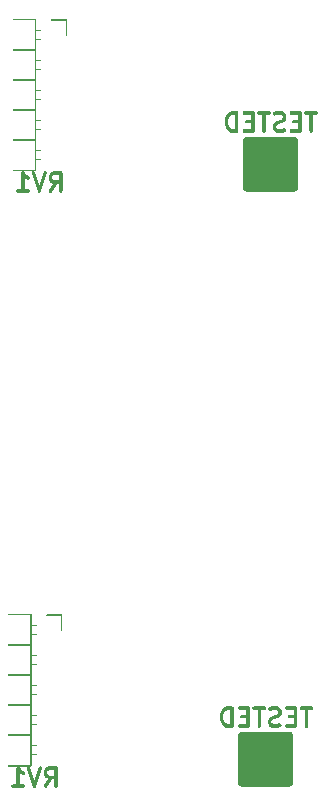
<source format=gbo>
%MOIN*%
%OFA0B0*%
%FSLAX36Y36*%
%IPPOS*%
%LPD*%
%LPD*%
G36*
X001072243Y000533346D02*
G01*
X001072973Y000533462D01*
X001073631Y000533798D01*
X001074154Y000534321D01*
X001074489Y000534978D01*
X001074605Y000535708D01*
X001074605Y000638070D01*
X001074489Y000638801D01*
X001074154Y000639459D01*
X001073631Y000639982D01*
X001072973Y000640318D01*
X001072243Y000640433D01*
X001071512Y000640318D01*
X001070854Y000639982D01*
X001070331Y000639459D01*
X001069996Y000638801D01*
X001069881Y000638070D01*
X001069881Y000535708D01*
X001069996Y000534978D01*
X001070331Y000534321D01*
X001070854Y000533798D01*
X001071512Y000533462D01*
X001072243Y000533346D01*
G37*
G36*
X001072243Y000533346D02*
G01*
X001072973Y000533462D01*
X001073631Y000533798D01*
X001074154Y000534321D01*
X001074489Y000534978D01*
X001074605Y000535708D01*
X001074489Y000536439D01*
X001074154Y000537097D01*
X001073631Y000537620D01*
X001072973Y000537955D01*
X001072243Y000538070D01*
X000994999Y000538070D01*
X000994999Y000533346D01*
X001072243Y000533346D01*
G37*
G36*
X001072243Y000635708D02*
G01*
X001072973Y000635824D01*
X001073631Y000636159D01*
X001074154Y000636683D01*
X001074489Y000637341D01*
X001074605Y000638070D01*
X001074489Y000638801D01*
X001074154Y000639459D01*
X001073631Y000639982D01*
X001072973Y000640318D01*
X001072243Y000640433D01*
X000994999Y000640433D01*
X000994999Y000635708D01*
X001072243Y000635708D01*
G37*
G36*
X001089171Y000598307D02*
G01*
X001089902Y000598423D01*
X001090560Y000598758D01*
X001091083Y000599281D01*
X001091418Y000599939D01*
X001091534Y000600669D01*
X001091418Y000601399D01*
X001091083Y000602058D01*
X001090560Y000602580D01*
X001089902Y000602916D01*
X001089171Y000603032D01*
X001072243Y000603032D01*
X001071512Y000602916D01*
X001070854Y000602580D01*
X001070331Y000602058D01*
X001069996Y000601399D01*
X001069881Y000600669D01*
X001069996Y000599939D01*
X001070331Y000599281D01*
X001070854Y000598758D01*
X001071512Y000598423D01*
X001072243Y000598307D01*
X001089171Y000598307D01*
G37*
G36*
X001089171Y000568386D02*
G01*
X001089902Y000568501D01*
X001090560Y000568837D01*
X001091083Y000569360D01*
X001091418Y000570018D01*
X001091534Y000570748D01*
X001091418Y000571479D01*
X001091083Y000572136D01*
X001090560Y000572659D01*
X001089902Y000572994D01*
X001089171Y000573111D01*
X001072243Y000573111D01*
X001071512Y000572994D01*
X001070854Y000572659D01*
X001070331Y000572136D01*
X001069996Y000571479D01*
X001069881Y000570748D01*
X001069996Y000570018D01*
X001070331Y000569360D01*
X001070854Y000568837D01*
X001071512Y000568501D01*
X001072243Y000568386D01*
X001089171Y000568386D01*
G37*
G36*
X001072243Y000433346D02*
G01*
X001072973Y000433462D01*
X001073631Y000433796D01*
X001074154Y000434321D01*
X001074489Y000434978D01*
X001074605Y000435708D01*
X001074605Y000535708D01*
X001074489Y000536439D01*
X001074154Y000537097D01*
X001073631Y000537620D01*
X001072973Y000537955D01*
X001072243Y000538070D01*
X001071512Y000537955D01*
X001070854Y000537620D01*
X001070331Y000537097D01*
X001069996Y000536439D01*
X001069881Y000535708D01*
X001069881Y000435708D01*
X001069996Y000434978D01*
X001070331Y000434321D01*
X001070854Y000433796D01*
X001071512Y000433462D01*
X001072243Y000433346D01*
G37*
G36*
X001072243Y000433346D02*
G01*
X001072973Y000433462D01*
X001073631Y000433796D01*
X001074154Y000434321D01*
X001074489Y000434978D01*
X001074605Y000435708D01*
X001074489Y000436439D01*
X001074154Y000437097D01*
X001073631Y000437620D01*
X001072973Y000437955D01*
X001072243Y000438071D01*
X000994999Y000438071D01*
X000994999Y000433346D01*
X001072243Y000433346D01*
G37*
G36*
X001072243Y000533346D02*
G01*
X001072973Y000533462D01*
X001073631Y000533798D01*
X001074154Y000534321D01*
X001074489Y000534978D01*
X001074605Y000535708D01*
X001074489Y000536439D01*
X001074154Y000537097D01*
X001073631Y000537620D01*
X001072973Y000537955D01*
X001072243Y000538070D01*
X000994999Y000538070D01*
X000994999Y000533346D01*
X001072243Y000533346D01*
G37*
G36*
X001089171Y000498307D02*
G01*
X001089902Y000498422D01*
X001090560Y000498758D01*
X001091083Y000499281D01*
X001091418Y000499939D01*
X001091534Y000500669D01*
X001091418Y000501399D01*
X001091083Y000502058D01*
X001090560Y000502581D01*
X001089902Y000502916D01*
X001089171Y000503031D01*
X001072243Y000503031D01*
X001071512Y000502916D01*
X001070854Y000502581D01*
X001070331Y000502058D01*
X001069996Y000501399D01*
X001069881Y000500669D01*
X001069996Y000499939D01*
X001070331Y000499281D01*
X001070854Y000498758D01*
X001071512Y000498422D01*
X001072243Y000498307D01*
X001089171Y000498307D01*
G37*
G36*
X001089171Y000468385D02*
G01*
X001089902Y000468501D01*
X001090560Y000468837D01*
X001091083Y000469359D01*
X001091418Y000470018D01*
X001091534Y000470747D01*
X001091418Y000471478D01*
X001091083Y000472136D01*
X001090560Y000472659D01*
X001089902Y000472995D01*
X001089171Y000473111D01*
X001072243Y000473111D01*
X001071512Y000472995D01*
X001070854Y000472659D01*
X001070331Y000472136D01*
X001069996Y000471478D01*
X001069881Y000470747D01*
X001069996Y000470018D01*
X001070331Y000469359D01*
X001070854Y000468837D01*
X001071512Y000468501D01*
X001072243Y000468385D01*
X001089171Y000468385D01*
G37*
G36*
X001072243Y000333345D02*
G01*
X001072973Y000333462D01*
X001073631Y000333797D01*
X001074154Y000334320D01*
X001074489Y000334978D01*
X001074605Y000335708D01*
X001074605Y000435708D01*
X001074489Y000436439D01*
X001074154Y000437097D01*
X001073631Y000437620D01*
X001072973Y000437955D01*
X001072243Y000438071D01*
X001071512Y000437955D01*
X001070854Y000437620D01*
X001070331Y000437097D01*
X001069996Y000436439D01*
X001069881Y000435708D01*
X001069881Y000335708D01*
X001069996Y000334978D01*
X001070331Y000334320D01*
X001070854Y000333797D01*
X001071512Y000333462D01*
X001072243Y000333345D01*
G37*
G36*
X001072243Y000333345D02*
G01*
X001072973Y000333462D01*
X001073631Y000333797D01*
X001074154Y000334320D01*
X001074489Y000334978D01*
X001074605Y000335708D01*
X001074489Y000336439D01*
X001074154Y000337097D01*
X001073631Y000337620D01*
X001072973Y000337956D01*
X001072243Y000338071D01*
X000994999Y000338071D01*
X000994999Y000333345D01*
X001072243Y000333345D01*
G37*
G36*
X001072243Y000433346D02*
G01*
X001072973Y000433462D01*
X001073631Y000433796D01*
X001074154Y000434321D01*
X001074489Y000434978D01*
X001074605Y000435708D01*
X001074489Y000436439D01*
X001074154Y000437097D01*
X001073631Y000437620D01*
X001072973Y000437955D01*
X001072243Y000438071D01*
X000994999Y000438071D01*
X000994999Y000433346D01*
X001072243Y000433346D01*
G37*
G36*
X001089171Y000398307D02*
G01*
X001089902Y000398422D01*
X001090560Y000398758D01*
X001091083Y000399281D01*
X001091418Y000399938D01*
X001091534Y000400669D01*
X001091418Y000401400D01*
X001091083Y000402057D01*
X001090560Y000402581D01*
X001089902Y000402916D01*
X001089171Y000403031D01*
X001072243Y000403031D01*
X001071512Y000402916D01*
X001070854Y000402581D01*
X001070331Y000402057D01*
X001069996Y000401400D01*
X001069881Y000400669D01*
X001069996Y000399938D01*
X001070331Y000399281D01*
X001070854Y000398758D01*
X001071512Y000398422D01*
X001072243Y000398307D01*
X001089171Y000398307D01*
G37*
G36*
X001089171Y000368384D02*
G01*
X001089902Y000368501D01*
X001090560Y000368837D01*
X001091083Y000369360D01*
X001091418Y000370018D01*
X001091534Y000370748D01*
X001091418Y000371478D01*
X001091083Y000372135D01*
X001090560Y000372659D01*
X001089902Y000372995D01*
X001089171Y000373110D01*
X001072243Y000373110D01*
X001071512Y000372995D01*
X001070854Y000372659D01*
X001070331Y000372135D01*
X001069996Y000371478D01*
X001069881Y000370748D01*
X001069996Y000370018D01*
X001070331Y000369360D01*
X001070854Y000368837D01*
X001071512Y000368501D01*
X001072243Y000368384D01*
X001089171Y000368384D01*
G37*
G36*
X001072243Y000233346D02*
G01*
X001072973Y000233463D01*
X001073631Y000233797D01*
X001074154Y000234319D01*
X001074489Y000234977D01*
X001074605Y000235708D01*
X001074605Y000335708D01*
X001074489Y000336439D01*
X001074154Y000337097D01*
X001073631Y000337620D01*
X001072973Y000337956D01*
X001072243Y000338071D01*
X001071512Y000337956D01*
X001070854Y000337620D01*
X001070331Y000337097D01*
X001069996Y000336439D01*
X001069881Y000335708D01*
X001069881Y000235708D01*
X001069996Y000234977D01*
X001070331Y000234319D01*
X001070854Y000233797D01*
X001071512Y000233463D01*
X001072243Y000233346D01*
G37*
G36*
X001072243Y000233346D02*
G01*
X001072973Y000233463D01*
X001073631Y000233797D01*
X001074154Y000234319D01*
X001074489Y000234977D01*
X001074605Y000235708D01*
X001074489Y000236439D01*
X001074154Y000237096D01*
X001073631Y000237620D01*
X001072973Y000237956D01*
X001072243Y000238071D01*
X000994999Y000238071D01*
X000994999Y000233346D01*
X001072243Y000233346D01*
G37*
G36*
X001072243Y000333345D02*
G01*
X001072973Y000333462D01*
X001073631Y000333797D01*
X001074154Y000334320D01*
X001074489Y000334978D01*
X001074605Y000335708D01*
X001074489Y000336439D01*
X001074154Y000337097D01*
X001073631Y000337620D01*
X001072973Y000337956D01*
X001072243Y000338071D01*
X000994999Y000338071D01*
X000994999Y000333345D01*
X001072243Y000333345D01*
G37*
G36*
X001089171Y000298307D02*
G01*
X001089902Y000298422D01*
X001090560Y000298758D01*
X001091083Y000299281D01*
X001091418Y000299939D01*
X001091534Y000300669D01*
X001091418Y000301400D01*
X001091083Y000302057D01*
X001090560Y000302581D01*
X001089902Y000302917D01*
X001089171Y000303032D01*
X001072243Y000303032D01*
X001071512Y000302917D01*
X001070854Y000302581D01*
X001070331Y000302057D01*
X001069996Y000301400D01*
X001069881Y000300669D01*
X001069996Y000299939D01*
X001070331Y000299281D01*
X001070854Y000298758D01*
X001071512Y000298422D01*
X001072243Y000298307D01*
X001089171Y000298307D01*
G37*
G36*
X001089171Y000268385D02*
G01*
X001089902Y000268502D01*
X001090560Y000268837D01*
X001091083Y000269360D01*
X001091418Y000270019D01*
X001091534Y000270748D01*
X001091418Y000271478D01*
X001091083Y000272136D01*
X001090560Y000272659D01*
X001089902Y000272995D01*
X001089171Y000273110D01*
X001072243Y000273110D01*
X001071512Y000272995D01*
X001070854Y000272659D01*
X001070331Y000272136D01*
X001069996Y000271478D01*
X001069881Y000270748D01*
X001069996Y000270019D01*
X001070331Y000269360D01*
X001070854Y000268837D01*
X001071512Y000268502D01*
X001072243Y000268385D01*
X001089171Y000268385D01*
G37*
G36*
X001072243Y000130983D02*
G01*
X001072973Y000131100D01*
X001073631Y000131435D01*
X001074154Y000131958D01*
X001074489Y000132616D01*
X001074605Y000133346D01*
X001074605Y000235708D01*
X001074489Y000236439D01*
X001074154Y000237096D01*
X001073631Y000237620D01*
X001072973Y000237956D01*
X001072243Y000238071D01*
X001071512Y000237956D01*
X001070854Y000237620D01*
X001070331Y000237096D01*
X001069996Y000236439D01*
X001069881Y000235708D01*
X001069881Y000133346D01*
X001069996Y000132616D01*
X001070331Y000131958D01*
X001070854Y000131435D01*
X001071512Y000131100D01*
X001072243Y000130983D01*
G37*
G36*
X001072243Y000130983D02*
G01*
X001072973Y000131100D01*
X001073631Y000131435D01*
X001074154Y000131958D01*
X001074489Y000132616D01*
X001074605Y000133346D01*
X001074489Y000134077D01*
X001074154Y000134735D01*
X001073631Y000135258D01*
X001072973Y000135594D01*
X001072243Y000135709D01*
X000994999Y000135709D01*
X000994999Y000130983D01*
X001072243Y000130983D01*
G37*
G36*
X001072243Y000233346D02*
G01*
X001072973Y000233463D01*
X001073631Y000233797D01*
X001074154Y000234319D01*
X001074489Y000234977D01*
X001074605Y000235708D01*
X001074489Y000236439D01*
X001074154Y000237096D01*
X001073631Y000237620D01*
X001072973Y000237956D01*
X001072243Y000238071D01*
X000994999Y000238071D01*
X000994999Y000233346D01*
X001072243Y000233346D01*
G37*
G36*
X001089171Y000198307D02*
G01*
X001089902Y000198422D01*
X001090560Y000198757D01*
X001091083Y000199281D01*
X001091418Y000199939D01*
X001091534Y000200669D01*
X001091418Y000201400D01*
X001091083Y000202057D01*
X001090560Y000202581D01*
X001089902Y000202915D01*
X001089171Y000203032D01*
X001072243Y000203032D01*
X001071512Y000202915D01*
X001070854Y000202581D01*
X001070331Y000202057D01*
X001069996Y000201400D01*
X001069881Y000200669D01*
X001069996Y000199939D01*
X001070331Y000199281D01*
X001070854Y000198757D01*
X001071512Y000198422D01*
X001072243Y000198307D01*
X001089171Y000198307D01*
G37*
G36*
X001089171Y000168385D02*
G01*
X001089902Y000168502D01*
X001090560Y000168837D01*
X001091083Y000169359D01*
X001091418Y000170018D01*
X001091534Y000170748D01*
X001091418Y000171478D01*
X001091083Y000172137D01*
X001090560Y000172659D01*
X001089902Y000172995D01*
X001089171Y000173110D01*
X001072243Y000173110D01*
X001071512Y000172995D01*
X001070854Y000172659D01*
X001070331Y000172137D01*
X001069996Y000171478D01*
X001069881Y000170748D01*
X001069996Y000170018D01*
X001070331Y000169359D01*
X001070854Y000168837D01*
X001071512Y000168502D01*
X001072243Y000168385D01*
X001089171Y000168385D01*
G37*
G36*
X001174999Y000583346D02*
G01*
X001175728Y000583463D01*
X001176387Y000583797D01*
X001176910Y000584320D01*
X001177245Y000584979D01*
X001177361Y000585709D01*
X001177361Y000635709D01*
X001177245Y000636439D01*
X001176910Y000637097D01*
X001176387Y000637620D01*
X001175728Y000637954D01*
X001174999Y000638072D01*
X001174268Y000637954D01*
X001173610Y000637620D01*
X001173087Y000637097D01*
X001172752Y000636439D01*
X001172636Y000635709D01*
X001172636Y000585709D01*
X001172752Y000584979D01*
X001173087Y000584320D01*
X001173610Y000583797D01*
X001174268Y000583463D01*
X001174999Y000583346D01*
G37*
G36*
X001174999Y000633346D02*
G01*
X001175728Y000633462D01*
X001176387Y000633797D01*
X001176910Y000634320D01*
X001177245Y000634979D01*
X001177361Y000635709D01*
X001177245Y000636439D01*
X001176910Y000637097D01*
X001176387Y000637620D01*
X001175728Y000637954D01*
X001174999Y000638072D01*
X001124998Y000638072D01*
X001124268Y000637954D01*
X001123610Y000637620D01*
X001123087Y000637097D01*
X001122752Y000636439D01*
X001122636Y000635709D01*
X001122752Y000634979D01*
X001123087Y000634320D01*
X001123610Y000633797D01*
X001124268Y000633462D01*
X001124998Y000633346D01*
X001174999Y000633346D01*
G37*
G36*
X001933739Y000221654D02*
G01*
X001937693Y000222280D01*
X001941260Y000224097D01*
X001944090Y000226928D01*
X001945908Y000230495D01*
X001946533Y000234448D01*
X001945908Y000238403D01*
X001944090Y000241969D01*
X001941260Y000244800D01*
X001937693Y000246618D01*
X001933739Y000247244D01*
X001776259Y000247244D01*
X001772304Y000246618D01*
X001768738Y000244800D01*
X001765907Y000241969D01*
X001764089Y000238403D01*
X001763463Y000234448D01*
X001764089Y000230495D01*
X001765907Y000226928D01*
X001768738Y000224097D01*
X001772304Y000222280D01*
X001776259Y000221654D01*
X001933739Y000221654D01*
G37*
G36*
X001933739Y000064172D02*
G01*
X001937693Y000064798D01*
X001941260Y000066616D01*
X001944090Y000069448D01*
X001945908Y000073015D01*
X001946533Y000076968D01*
X001946533Y000234448D01*
X001945908Y000238403D01*
X001944090Y000241969D01*
X001941260Y000244800D01*
X001937693Y000246618D01*
X001933739Y000247244D01*
X001929785Y000246618D01*
X001926218Y000244800D01*
X001923387Y000241969D01*
X001921569Y000238403D01*
X001920943Y000234448D01*
X001920943Y000076968D01*
X001921569Y000073015D01*
X001923387Y000069448D01*
X001926218Y000066616D01*
X001929785Y000064798D01*
X001933739Y000064172D01*
G37*
G36*
X001933739Y000064172D02*
G01*
X001937693Y000064798D01*
X001941260Y000066616D01*
X001944090Y000069448D01*
X001945908Y000073015D01*
X001946533Y000076968D01*
X001945908Y000080921D01*
X001944090Y000084489D01*
X001941260Y000087320D01*
X001937693Y000089138D01*
X001933739Y000089764D01*
X001776259Y000089764D01*
X001772304Y000089138D01*
X001768738Y000087320D01*
X001765907Y000084489D01*
X001764089Y000080921D01*
X001763463Y000076968D01*
X001764089Y000073015D01*
X001765907Y000069448D01*
X001768738Y000066616D01*
X001772304Y000064798D01*
X001776259Y000064172D01*
X001933739Y000064172D01*
G37*
G36*
X001776259Y000064172D02*
G01*
X001780212Y000064798D01*
X001783779Y000066616D01*
X001786610Y000069448D01*
X001788428Y000073015D01*
X001789054Y000076968D01*
X001789054Y000234448D01*
X001788428Y000238403D01*
X001786610Y000241969D01*
X001783779Y000244800D01*
X001780212Y000246618D01*
X001776259Y000247244D01*
X001772304Y000246618D01*
X001768738Y000244800D01*
X001765907Y000241969D01*
X001764089Y000238403D01*
X001763463Y000234448D01*
X001763463Y000076968D01*
X001764089Y000073015D01*
X001765907Y000069448D01*
X001768738Y000066616D01*
X001772304Y000064798D01*
X001776259Y000064172D01*
G37*
G36*
X001776259Y000201969D02*
G01*
X001780212Y000202594D01*
X001783779Y000204412D01*
X001786610Y000207242D01*
X001788428Y000210810D01*
X001789054Y000214763D01*
X001789054Y000234448D01*
X001788428Y000238403D01*
X001786610Y000241969D01*
X001783779Y000244800D01*
X001780212Y000246618D01*
X001776259Y000247244D01*
X001772304Y000246618D01*
X001768738Y000244800D01*
X001765907Y000241969D01*
X001764089Y000238403D01*
X001763463Y000234448D01*
X001763463Y000214763D01*
X001764089Y000210810D01*
X001765907Y000207242D01*
X001768738Y000204412D01*
X001772304Y000202594D01*
X001776259Y000201969D01*
G37*
G36*
X001933739Y000201969D02*
G01*
X001937693Y000202594D01*
X001941260Y000204412D01*
X001944090Y000207242D01*
X001945908Y000210810D01*
X001946533Y000214763D01*
X001945908Y000218717D01*
X001944090Y000222285D01*
X001941260Y000225115D01*
X001937693Y000226933D01*
X001933739Y000227559D01*
X001776259Y000227559D01*
X001772304Y000226933D01*
X001768738Y000225115D01*
X001765907Y000222285D01*
X001764089Y000218717D01*
X001763463Y000214763D01*
X001764089Y000210810D01*
X001765907Y000207242D01*
X001768738Y000204412D01*
X001772304Y000202594D01*
X001776259Y000201969D01*
X001933739Y000201969D01*
G37*
G36*
X001933739Y000182283D02*
G01*
X001937693Y000182909D01*
X001941260Y000184727D01*
X001944090Y000187558D01*
X001945908Y000191125D01*
X001946533Y000195078D01*
X001946533Y000214763D01*
X001945908Y000218717D01*
X001944090Y000222285D01*
X001941260Y000225115D01*
X001937693Y000226933D01*
X001933739Y000227559D01*
X001929785Y000226933D01*
X001926218Y000225115D01*
X001923387Y000222285D01*
X001921569Y000218717D01*
X001920943Y000214763D01*
X001920943Y000195078D01*
X001921569Y000191125D01*
X001923387Y000187558D01*
X001926218Y000184727D01*
X001929785Y000182909D01*
X001933739Y000182283D01*
G37*
G36*
X001933739Y000182283D02*
G01*
X001937693Y000182909D01*
X001941260Y000184727D01*
X001944090Y000187558D01*
X001945908Y000191125D01*
X001946533Y000195078D01*
X001945908Y000199033D01*
X001944090Y000202600D01*
X001941260Y000205430D01*
X001937693Y000207248D01*
X001933739Y000207874D01*
X001776259Y000207874D01*
X001772304Y000207248D01*
X001768738Y000205430D01*
X001765907Y000202600D01*
X001764089Y000199033D01*
X001763463Y000195078D01*
X001764089Y000191125D01*
X001765907Y000187558D01*
X001768738Y000184727D01*
X001772304Y000182909D01*
X001776259Y000182283D01*
X001933739Y000182283D01*
G37*
G36*
X001776259Y000162598D02*
G01*
X001780212Y000163224D01*
X001783779Y000165041D01*
X001786610Y000167873D01*
X001788428Y000171440D01*
X001789054Y000175393D01*
X001789054Y000195078D01*
X001788428Y000199033D01*
X001786610Y000202600D01*
X001783779Y000205430D01*
X001780212Y000207248D01*
X001776259Y000207874D01*
X001772304Y000207248D01*
X001768738Y000205430D01*
X001765907Y000202600D01*
X001764089Y000199033D01*
X001763463Y000195078D01*
X001763463Y000175393D01*
X001764089Y000171440D01*
X001765907Y000167873D01*
X001768738Y000165041D01*
X001772304Y000163224D01*
X001776259Y000162598D01*
G37*
G36*
X001933739Y000162598D02*
G01*
X001937693Y000163224D01*
X001941260Y000165041D01*
X001944090Y000167873D01*
X001945908Y000171440D01*
X001946533Y000175393D01*
X001945908Y000179348D01*
X001944090Y000182915D01*
X001941260Y000185745D01*
X001937693Y000187563D01*
X001933739Y000188189D01*
X001776259Y000188189D01*
X001772304Y000187563D01*
X001768738Y000185745D01*
X001765907Y000182915D01*
X001764089Y000179348D01*
X001763463Y000175393D01*
X001764089Y000171440D01*
X001765907Y000167873D01*
X001768738Y000165041D01*
X001772304Y000163224D01*
X001776259Y000162598D01*
X001933739Y000162598D01*
G37*
G36*
X001933739Y000142913D02*
G01*
X001937693Y000143539D01*
X001941260Y000145357D01*
X001944090Y000148188D01*
X001945908Y000151755D01*
X001946533Y000155708D01*
X001946533Y000175393D01*
X001945908Y000179348D01*
X001944090Y000182915D01*
X001941260Y000185745D01*
X001937693Y000187563D01*
X001933739Y000188189D01*
X001929785Y000187563D01*
X001926218Y000185745D01*
X001923387Y000182915D01*
X001921569Y000179348D01*
X001920943Y000175393D01*
X001920943Y000155708D01*
X001921569Y000151755D01*
X001923387Y000148188D01*
X001926218Y000145357D01*
X001929785Y000143539D01*
X001933739Y000142913D01*
G37*
G36*
X001933739Y000142913D02*
G01*
X001937693Y000143539D01*
X001941260Y000145357D01*
X001944090Y000148188D01*
X001945908Y000151755D01*
X001946533Y000155708D01*
X001945908Y000159663D01*
X001944090Y000163230D01*
X001941260Y000166060D01*
X001937693Y000167878D01*
X001933739Y000168504D01*
X001776259Y000168504D01*
X001772304Y000167878D01*
X001768738Y000166060D01*
X001765907Y000163230D01*
X001764089Y000159663D01*
X001763463Y000155708D01*
X001764089Y000151755D01*
X001765907Y000148188D01*
X001768738Y000145357D01*
X001772304Y000143539D01*
X001776259Y000142913D01*
X001933739Y000142913D01*
G37*
G36*
X001776259Y000123228D02*
G01*
X001780212Y000123854D01*
X001783779Y000125672D01*
X001786610Y000128503D01*
X001788428Y000132070D01*
X001789054Y000136023D01*
X001789054Y000155708D01*
X001788428Y000159663D01*
X001786610Y000163230D01*
X001783779Y000166060D01*
X001780212Y000167878D01*
X001776259Y000168504D01*
X001772304Y000167878D01*
X001768738Y000166060D01*
X001765907Y000163230D01*
X001764089Y000159663D01*
X001763463Y000155708D01*
X001763463Y000136023D01*
X001764089Y000132070D01*
X001765907Y000128503D01*
X001768738Y000125672D01*
X001772304Y000123854D01*
X001776259Y000123228D01*
G37*
G36*
X001914053Y000123228D02*
G01*
X001918007Y000123854D01*
X001921575Y000125672D01*
X001924405Y000128503D01*
X001926223Y000132070D01*
X001926849Y000136023D01*
X001926223Y000139978D01*
X001924405Y000143544D01*
X001921575Y000146375D01*
X001918007Y000148193D01*
X001914053Y000148819D01*
X001776259Y000148819D01*
X001772304Y000148193D01*
X001768738Y000146375D01*
X001765907Y000143544D01*
X001764089Y000139978D01*
X001763463Y000136023D01*
X001764089Y000132070D01*
X001765907Y000128503D01*
X001768738Y000125672D01*
X001772304Y000123854D01*
X001776259Y000123228D01*
X001914053Y000123228D01*
G37*
G36*
X001933739Y000123228D02*
G01*
X001937693Y000123854D01*
X001941260Y000125672D01*
X001944090Y000128503D01*
X001945908Y000132070D01*
X001946533Y000136023D01*
X001945908Y000139978D01*
X001944090Y000143544D01*
X001941260Y000146375D01*
X001937693Y000148193D01*
X001933739Y000148819D01*
X001914053Y000148819D01*
X001910099Y000148193D01*
X001906533Y000146375D01*
X001903702Y000143544D01*
X001901884Y000139978D01*
X001901258Y000136023D01*
X001901884Y000132070D01*
X001903702Y000128503D01*
X001906533Y000125672D01*
X001910099Y000123854D01*
X001914053Y000123228D01*
X001933739Y000123228D01*
G37*
G36*
X001933739Y000103543D02*
G01*
X001937693Y000104169D01*
X001941260Y000105987D01*
X001944090Y000108818D01*
X001945908Y000112385D01*
X001946533Y000116338D01*
X001946533Y000136023D01*
X001945908Y000139978D01*
X001944090Y000143544D01*
X001941260Y000146375D01*
X001937693Y000148193D01*
X001933739Y000148819D01*
X001929785Y000148193D01*
X001926218Y000146375D01*
X001923387Y000143544D01*
X001921569Y000139978D01*
X001920943Y000136023D01*
X001920943Y000116338D01*
X001921569Y000112385D01*
X001923387Y000108818D01*
X001926218Y000105987D01*
X001929785Y000104169D01*
X001933739Y000103543D01*
G37*
G36*
X001933739Y000103543D02*
G01*
X001937693Y000104169D01*
X001941260Y000105987D01*
X001944090Y000108818D01*
X001945908Y000112385D01*
X001946533Y000116338D01*
X001945908Y000120293D01*
X001944090Y000123859D01*
X001941260Y000126690D01*
X001937693Y000128508D01*
X001933739Y000129134D01*
X001776259Y000129134D01*
X001772304Y000128508D01*
X001768738Y000126690D01*
X001765907Y000123859D01*
X001764089Y000120293D01*
X001763463Y000116338D01*
X001764089Y000112385D01*
X001765907Y000108818D01*
X001768738Y000105987D01*
X001772304Y000104169D01*
X001776259Y000103543D01*
X001933739Y000103543D01*
G37*
G36*
X001776259Y000083858D02*
G01*
X001780212Y000084484D01*
X001783779Y000086301D01*
X001786610Y000089133D01*
X001788428Y000092700D01*
X001789054Y000096653D01*
X001789054Y000116338D01*
X001788428Y000120293D01*
X001786610Y000123859D01*
X001783779Y000126690D01*
X001780212Y000128508D01*
X001776259Y000129134D01*
X001772304Y000128508D01*
X001768738Y000126690D01*
X001765907Y000123859D01*
X001764089Y000120293D01*
X001763463Y000116338D01*
X001763463Y000096653D01*
X001764089Y000092700D01*
X001765907Y000089133D01*
X001768738Y000086301D01*
X001772304Y000084484D01*
X001776259Y000083858D01*
G37*
G36*
X001933739Y000083858D02*
G01*
X001937693Y000084484D01*
X001941260Y000086301D01*
X001944090Y000089133D01*
X001945908Y000092700D01*
X001946533Y000096653D01*
X001945908Y000100608D01*
X001944090Y000104174D01*
X001941260Y000107005D01*
X001937693Y000108823D01*
X001933739Y000109449D01*
X001776259Y000109449D01*
X001772304Y000108823D01*
X001768738Y000107005D01*
X001765907Y000104174D01*
X001764089Y000100608D01*
X001763463Y000096653D01*
X001764089Y000092700D01*
X001765907Y000089133D01*
X001768738Y000086301D01*
X001772304Y000084484D01*
X001776259Y000083858D01*
X001933739Y000083858D01*
G37*
G36*
X001121343Y000060441D02*
G01*
X001123197Y000060733D01*
X001124869Y000061586D01*
X001126197Y000062913D01*
X001146197Y000091485D01*
X001147049Y000093157D01*
X001147343Y000095011D01*
X001147049Y000096866D01*
X001146197Y000098539D01*
X001144869Y000099865D01*
X001143197Y000100718D01*
X001141343Y000101011D01*
X001139489Y000100718D01*
X001137816Y000099865D01*
X001136488Y000098539D01*
X001116488Y000069966D01*
X001115636Y000068294D01*
X001115343Y000066440D01*
X001115636Y000064585D01*
X001116488Y000062913D01*
X001117816Y000061586D01*
X001119488Y000060733D01*
X001121343Y000060441D01*
G37*
G36*
X001155628Y000060441D02*
G01*
X001157483Y000060733D01*
X001159155Y000061586D01*
X001160483Y000062913D01*
X001161335Y000064585D01*
X001161629Y000066440D01*
X001161629Y000126441D01*
X001161335Y000128293D01*
X001160483Y000129967D01*
X001159155Y000131294D01*
X001157483Y000132146D01*
X001155628Y000132440D01*
X001153774Y000132146D01*
X001152102Y000131294D01*
X001150775Y000129967D01*
X001149922Y000128293D01*
X001149628Y000126441D01*
X001149628Y000066440D01*
X001149922Y000064585D01*
X001150775Y000062913D01*
X001152102Y000061586D01*
X001153774Y000060733D01*
X001155628Y000060441D01*
G37*
G36*
X001155628Y000120440D02*
G01*
X001157483Y000120733D01*
X001159155Y000121585D01*
X001160483Y000122912D01*
X001161335Y000124585D01*
X001161629Y000126441D01*
X001161335Y000128293D01*
X001160483Y000129967D01*
X001159155Y000131294D01*
X001157483Y000132146D01*
X001155628Y000132440D01*
X001132771Y000132440D01*
X001130917Y000132146D01*
X001129245Y000131294D01*
X001127917Y000129967D01*
X001127065Y000128293D01*
X001126771Y000126441D01*
X001127065Y000124585D01*
X001127917Y000122912D01*
X001129245Y000121585D01*
X001130917Y000120733D01*
X001132771Y000120440D01*
X001155628Y000120440D01*
G37*
G36*
X001127056Y000117582D02*
G01*
X001128911Y000117876D01*
X001134626Y000120733D01*
X001136298Y000121585D01*
X001137626Y000122912D01*
X001138478Y000124585D01*
X001138771Y000126441D01*
X001138478Y000128293D01*
X001137626Y000129967D01*
X001136298Y000131294D01*
X001134626Y000132146D01*
X001132771Y000132440D01*
X001130917Y000132146D01*
X001125203Y000129288D01*
X001123530Y000128437D01*
X001122203Y000127109D01*
X001121351Y000125437D01*
X001121057Y000123582D01*
X001121351Y000121728D01*
X001122203Y000120056D01*
X001123530Y000118729D01*
X001125203Y000117876D01*
X001127056Y000117582D01*
G37*
G36*
X001124200Y000114725D02*
G01*
X001126054Y000115019D01*
X001127726Y000115872D01*
X001130584Y000118729D01*
X001131911Y000120056D01*
X001132763Y000121728D01*
X001133057Y000123582D01*
X001132763Y000125437D01*
X001131911Y000127109D01*
X001130584Y000128437D01*
X001128911Y000129288D01*
X001127056Y000129583D01*
X001125203Y000129288D01*
X001123530Y000128437D01*
X001119346Y000124252D01*
X001118493Y000122580D01*
X001118200Y000120726D01*
X001118493Y000118871D01*
X001119346Y000117199D01*
X001120673Y000115872D01*
X001122345Y000115019D01*
X001124200Y000114725D01*
G37*
G36*
X001121343Y000109011D02*
G01*
X001123197Y000109305D01*
X001124869Y000110157D01*
X001126197Y000111484D01*
X001127049Y000113158D01*
X001129906Y000118871D01*
X001130200Y000120726D01*
X001129906Y000122580D01*
X001129054Y000124252D01*
X001127726Y000125580D01*
X001126054Y000126431D01*
X001124200Y000126726D01*
X001122345Y000126431D01*
X001120673Y000125580D01*
X001119346Y000124252D01*
X001118493Y000122580D01*
X001115636Y000116865D01*
X001115343Y000115011D01*
X001115636Y000113158D01*
X001116488Y000111484D01*
X001117816Y000110157D01*
X001119488Y000109305D01*
X001121343Y000109011D01*
G37*
G36*
X001121343Y000100440D02*
G01*
X001123197Y000100732D01*
X001124869Y000101586D01*
X001126197Y000102914D01*
X001127049Y000104586D01*
X001127343Y000106440D01*
X001127343Y000115011D01*
X001127049Y000116865D01*
X001126197Y000118538D01*
X001124869Y000119865D01*
X001123197Y000120717D01*
X001121343Y000121011D01*
X001119488Y000120717D01*
X001117816Y000119865D01*
X001116488Y000118538D01*
X001115636Y000116865D01*
X001115343Y000115011D01*
X001115343Y000106440D01*
X001115636Y000104586D01*
X001116488Y000102914D01*
X001117816Y000101586D01*
X001119488Y000100732D01*
X001121343Y000100440D01*
G37*
G36*
X001124200Y000094726D02*
G01*
X001126054Y000095019D01*
X001127726Y000095871D01*
X001129054Y000097199D01*
X001129906Y000098872D01*
X001130200Y000100726D01*
X001129906Y000102579D01*
X001127049Y000108294D01*
X001126197Y000109967D01*
X001124869Y000111294D01*
X001123197Y000112147D01*
X001121343Y000112440D01*
X001119488Y000112147D01*
X001117816Y000111294D01*
X001116488Y000109967D01*
X001115636Y000108294D01*
X001115343Y000106440D01*
X001115636Y000104586D01*
X001118493Y000098872D01*
X001119346Y000097199D01*
X001120673Y000095871D01*
X001122345Y000095019D01*
X001124200Y000094726D01*
G37*
G36*
X001127056Y000091869D02*
G01*
X001128911Y000092163D01*
X001130584Y000093014D01*
X001131911Y000094342D01*
X001132763Y000096015D01*
X001133057Y000097868D01*
X001132763Y000099723D01*
X001131911Y000101396D01*
X001130584Y000102722D01*
X001130583Y000102724D01*
X001129054Y000104252D01*
X001127726Y000105580D01*
X001126054Y000106432D01*
X001124200Y000106725D01*
X001122345Y000106432D01*
X001120673Y000105580D01*
X001119346Y000104252D01*
X001118493Y000102579D01*
X001118200Y000100726D01*
X001118493Y000098872D01*
X001119346Y000097199D01*
X001123530Y000093014D01*
X001125203Y000092163D01*
X001127056Y000091869D01*
G37*
G36*
X001132771Y000089011D02*
G01*
X001134626Y000089305D01*
X001136298Y000090157D01*
X001137626Y000091485D01*
X001138478Y000093157D01*
X001138771Y000095011D01*
X001138478Y000096866D01*
X001137626Y000098539D01*
X001136298Y000099865D01*
X001134626Y000100718D01*
X001128911Y000103575D01*
X001127056Y000103868D01*
X001125203Y000103575D01*
X001123530Y000102722D01*
X001122203Y000101396D01*
X001121351Y000099723D01*
X001121057Y000097868D01*
X001121351Y000096015D01*
X001122203Y000094342D01*
X001123530Y000093014D01*
X001125203Y000092163D01*
X001130917Y000089305D01*
X001132771Y000089011D01*
G37*
G36*
X001155628Y000089011D02*
G01*
X001157483Y000089305D01*
X001159155Y000090157D01*
X001160483Y000091485D01*
X001161335Y000093157D01*
X001161629Y000095011D01*
X001161335Y000096866D01*
X001160483Y000098539D01*
X001159155Y000099865D01*
X001157483Y000100718D01*
X001155628Y000101011D01*
X001132771Y000101011D01*
X001130917Y000100718D01*
X001129245Y000099865D01*
X001127917Y000098539D01*
X001127065Y000096866D01*
X001126771Y000095011D01*
X001127065Y000093157D01*
X001127917Y000091485D01*
X001129245Y000090157D01*
X001130917Y000089305D01*
X001132771Y000089011D01*
X001155628Y000089011D01*
G37*
G36*
X001084200Y000060441D02*
G01*
X001086054Y000060733D01*
X001087727Y000061586D01*
X001089054Y000062913D01*
X001089906Y000064585D01*
X001109906Y000124585D01*
X001110200Y000126441D01*
X001109906Y000128293D01*
X001109054Y000129967D01*
X001107727Y000131294D01*
X001106054Y000132146D01*
X001104199Y000132440D01*
X001102345Y000132146D01*
X001100673Y000131294D01*
X001099346Y000129967D01*
X001098494Y000128293D01*
X001078494Y000068294D01*
X001078200Y000066440D01*
X001078494Y000064585D01*
X001079346Y000062913D01*
X001080673Y000061586D01*
X001082346Y000060733D01*
X001084200Y000060441D01*
G37*
G36*
X001084200Y000060441D02*
G01*
X001086054Y000060733D01*
X001087727Y000061586D01*
X001089054Y000062913D01*
X001089906Y000064585D01*
X001090200Y000066440D01*
X001089906Y000068294D01*
X001069906Y000128293D01*
X001069054Y000129967D01*
X001067727Y000131294D01*
X001066054Y000132146D01*
X001064200Y000132440D01*
X001062346Y000132146D01*
X001060673Y000131294D01*
X001059345Y000129967D01*
X001058494Y000128293D01*
X001058199Y000126441D01*
X001058494Y000124585D01*
X001078494Y000064585D01*
X001079346Y000062913D01*
X001080673Y000061586D01*
X001082346Y000060733D01*
X001084200Y000060441D01*
G37*
G36*
X001047056Y000060441D02*
G01*
X001048911Y000060733D01*
X001050584Y000061586D01*
X001051911Y000062913D01*
X001052764Y000064585D01*
X001053057Y000066440D01*
X001052764Y000068294D01*
X001051911Y000069966D01*
X001050584Y000071294D01*
X001048911Y000072146D01*
X001047056Y000072440D01*
X001012771Y000072440D01*
X001010917Y000072146D01*
X001009245Y000071294D01*
X001007917Y000069966D01*
X001007065Y000068294D01*
X001006771Y000066440D01*
X001007065Y000064585D01*
X001007917Y000062913D01*
X001009245Y000061586D01*
X001010917Y000060733D01*
X001012771Y000060441D01*
X001047056Y000060441D01*
G37*
G36*
X001029913Y000060441D02*
G01*
X001031768Y000060733D01*
X001033441Y000061586D01*
X001034767Y000062913D01*
X001035620Y000064585D01*
X001035914Y000066440D01*
X001035914Y000126441D01*
X001035620Y000128293D01*
X001034767Y000129967D01*
X001033441Y000131294D01*
X001031768Y000132146D01*
X001029913Y000132440D01*
X001028060Y000132146D01*
X001026386Y000131294D01*
X001025060Y000129967D01*
X001024208Y000128293D01*
X001023914Y000126441D01*
X001023914Y000066440D01*
X001024208Y000064585D01*
X001025060Y000062913D01*
X001026386Y000061586D01*
X001028060Y000060733D01*
X001029913Y000060441D01*
G37*
G36*
X001035628Y000111868D02*
G01*
X001037482Y000112162D01*
X001039155Y000113015D01*
X001040483Y000114341D01*
X001041334Y000116014D01*
X001041628Y000117869D01*
X001041334Y000119722D01*
X001040483Y000121395D01*
X001034767Y000129967D01*
X001033441Y000131294D01*
X001031768Y000132146D01*
X001029913Y000132440D01*
X001028060Y000132146D01*
X001026386Y000131294D01*
X001025060Y000129967D01*
X001024208Y000128293D01*
X001023914Y000126441D01*
X001024208Y000124585D01*
X001025060Y000122912D01*
X001030775Y000114341D01*
X001032102Y000113015D01*
X001033774Y000112162D01*
X001035628Y000111868D01*
G37*
G36*
X001041342Y000106153D02*
G01*
X001043196Y000106448D01*
X001044870Y000107300D01*
X001046197Y000108627D01*
X001047048Y000110301D01*
X001047342Y000112154D01*
X001047048Y000114007D01*
X001046197Y000115681D01*
X001039155Y000122723D01*
X001037482Y000123574D01*
X001035628Y000123868D01*
X001033774Y000123574D01*
X001032102Y000122723D01*
X001030775Y000121395D01*
X001029922Y000119722D01*
X001029628Y000117869D01*
X001029922Y000116014D01*
X001030775Y000114341D01*
X001036488Y000108627D01*
X001037816Y000107300D01*
X001039489Y000106448D01*
X001041342Y000106153D01*
G37*
G36*
X001047056Y000103298D02*
G01*
X001048911Y000103590D01*
X001050584Y000104443D01*
X001051911Y000105771D01*
X001052764Y000107442D01*
X001053057Y000109297D01*
X001052764Y000111151D01*
X001051911Y000112824D01*
X001050584Y000114151D01*
X001048911Y000115004D01*
X001043196Y000117860D01*
X001041342Y000118154D01*
X001039489Y000117860D01*
X001037816Y000117008D01*
X001036488Y000115681D01*
X001035636Y000114007D01*
X001035342Y000112154D01*
X001035636Y000110301D01*
X001036488Y000108627D01*
X001037816Y000107300D01*
X001039489Y000106448D01*
X001045202Y000103590D01*
X001047056Y000103298D01*
G37*
G36*
X002007855Y000320361D02*
G01*
X002009710Y000320655D01*
X002011381Y000321507D01*
X002012710Y000322835D01*
X002013561Y000324507D01*
X002013856Y000326361D01*
X002013561Y000328215D01*
X002012710Y000329888D01*
X002011381Y000331215D01*
X002009710Y000332067D01*
X002007855Y000332362D01*
X001973569Y000332362D01*
X001971716Y000332067D01*
X001970043Y000331215D01*
X001968714Y000329888D01*
X001967864Y000328215D01*
X001967570Y000326361D01*
X001967864Y000324507D01*
X001968714Y000322835D01*
X001970043Y000321507D01*
X001971716Y000320655D01*
X001973569Y000320361D01*
X002007855Y000320361D01*
G37*
G36*
X001990713Y000260361D02*
G01*
X001992567Y000260655D01*
X001994240Y000261507D01*
X001995566Y000262834D01*
X001996419Y000264507D01*
X001996712Y000266362D01*
X001996712Y000326361D01*
X001996419Y000328215D01*
X001995566Y000329888D01*
X001994240Y000331215D01*
X001992567Y000332067D01*
X001990713Y000332362D01*
X001988859Y000332067D01*
X001987186Y000331215D01*
X001985859Y000329888D01*
X001985006Y000328215D01*
X001984713Y000326361D01*
X001984713Y000266362D01*
X001985006Y000264507D01*
X001985859Y000262834D01*
X001987186Y000261507D01*
X001988859Y000260655D01*
X001990713Y000260361D01*
G37*
G36*
X001953570Y000291789D02*
G01*
X001955424Y000292083D01*
X001957097Y000292936D01*
X001958423Y000294263D01*
X001959276Y000295936D01*
X001959570Y000297790D01*
X001959276Y000299644D01*
X001958423Y000301316D01*
X001957097Y000302644D01*
X001955424Y000303496D01*
X001953570Y000303789D01*
X001933570Y000303789D01*
X001931715Y000303496D01*
X001930043Y000302644D01*
X001928715Y000301316D01*
X001927864Y000299644D01*
X001927570Y000297790D01*
X001927864Y000295936D01*
X001928715Y000294263D01*
X001930043Y000292936D01*
X001931715Y000292083D01*
X001933570Y000291789D01*
X001953570Y000291789D01*
G37*
G36*
X001953570Y000260361D02*
G01*
X001955424Y000260655D01*
X001957097Y000261507D01*
X001958423Y000262834D01*
X001959276Y000264507D01*
X001959570Y000266362D01*
X001959276Y000268215D01*
X001958423Y000269888D01*
X001957097Y000271215D01*
X001955424Y000272067D01*
X001953570Y000272361D01*
X001924999Y000272361D01*
X001923144Y000272067D01*
X001921471Y000271215D01*
X001920144Y000269888D01*
X001919292Y000268215D01*
X001918999Y000266362D01*
X001919292Y000264507D01*
X001920144Y000262834D01*
X001921471Y000261507D01*
X001923144Y000260655D01*
X001924999Y000260361D01*
X001953570Y000260361D01*
G37*
G36*
X001953570Y000260361D02*
G01*
X001955424Y000260655D01*
X001957097Y000261507D01*
X001958423Y000262834D01*
X001959276Y000264507D01*
X001959570Y000266362D01*
X001959570Y000326361D01*
X001959276Y000328215D01*
X001958423Y000329888D01*
X001957097Y000331215D01*
X001955424Y000332067D01*
X001953570Y000332362D01*
X001951715Y000332067D01*
X001950043Y000331215D01*
X001948716Y000329888D01*
X001947863Y000328215D01*
X001947569Y000326361D01*
X001947569Y000266362D01*
X001947863Y000264507D01*
X001948716Y000262834D01*
X001950043Y000261507D01*
X001951715Y000260655D01*
X001953570Y000260361D01*
G37*
G36*
X001953570Y000320361D02*
G01*
X001955424Y000320655D01*
X001957097Y000321507D01*
X001958423Y000322835D01*
X001959276Y000324507D01*
X001959570Y000326361D01*
X001959276Y000328215D01*
X001958423Y000329888D01*
X001957097Y000331215D01*
X001955424Y000332067D01*
X001953570Y000332362D01*
X001924999Y000332362D01*
X001923144Y000332067D01*
X001921471Y000331215D01*
X001920144Y000329888D01*
X001919292Y000328215D01*
X001918999Y000326361D01*
X001919292Y000324507D01*
X001920144Y000322835D01*
X001921471Y000321507D01*
X001923144Y000320655D01*
X001924999Y000320361D01*
X001953570Y000320361D01*
G37*
G36*
X001893570Y000260361D02*
G01*
X001895423Y000260655D01*
X001903994Y000263512D01*
X001905668Y000264364D01*
X001906996Y000265691D01*
X001907847Y000267364D01*
X001908141Y000269218D01*
X001907847Y000271073D01*
X001906996Y000272745D01*
X001905668Y000274072D01*
X001903994Y000274924D01*
X001902141Y000275219D01*
X001900288Y000274924D01*
X001891716Y000272067D01*
X001890043Y000271215D01*
X001888715Y000269888D01*
X001887864Y000268215D01*
X001887570Y000266362D01*
X001887864Y000264507D01*
X001888715Y000262834D01*
X001890043Y000261507D01*
X001891716Y000260655D01*
X001893570Y000260361D01*
G37*
G36*
X001893570Y000260361D02*
G01*
X001895423Y000260655D01*
X001897097Y000261507D01*
X001898424Y000262834D01*
X001899277Y000264507D01*
X001899570Y000266362D01*
X001899277Y000268215D01*
X001898424Y000269888D01*
X001897097Y000271215D01*
X001895423Y000272067D01*
X001893570Y000272361D01*
X001879284Y000272361D01*
X001877430Y000272067D01*
X001875758Y000271215D01*
X001874430Y000269888D01*
X001873578Y000268215D01*
X001873284Y000266362D01*
X001873578Y000264507D01*
X001874430Y000262834D01*
X001875758Y000261507D01*
X001877430Y000260655D01*
X001879284Y000260361D01*
X001893570Y000260361D01*
G37*
G36*
X001879284Y000260361D02*
G01*
X001881139Y000260655D01*
X001882811Y000261507D01*
X001884139Y000262834D01*
X001884991Y000264507D01*
X001885284Y000266362D01*
X001884991Y000268215D01*
X001884139Y000269888D01*
X001882811Y000271215D01*
X001881139Y000272067D01*
X001875424Y000274924D01*
X001873570Y000275219D01*
X001871715Y000274924D01*
X001870043Y000274072D01*
X001868715Y000272745D01*
X001867864Y000271073D01*
X001867570Y000269218D01*
X001867864Y000267364D01*
X001868715Y000265691D01*
X001870043Y000264364D01*
X001871715Y000263512D01*
X001877430Y000260655D01*
X001879284Y000260361D01*
G37*
G36*
X001873570Y000263218D02*
G01*
X001875424Y000263512D01*
X001877097Y000264364D01*
X001878423Y000265691D01*
X001879276Y000267364D01*
X001879570Y000269218D01*
X001879276Y000271073D01*
X001878423Y000272745D01*
X001874240Y000276929D01*
X001872567Y000277782D01*
X001870713Y000278076D01*
X001868858Y000277782D01*
X001867186Y000276929D01*
X001865858Y000275602D01*
X001865005Y000273930D01*
X001864713Y000272075D01*
X001865005Y000270221D01*
X001865858Y000268549D01*
X001867186Y000267221D01*
X001870043Y000264364D01*
X001871715Y000263512D01*
X001873570Y000263218D01*
G37*
G36*
X001870713Y000266076D02*
G01*
X001872567Y000266369D01*
X001874240Y000267221D01*
X001875567Y000268549D01*
X001876419Y000270221D01*
X001876713Y000272075D01*
X001876419Y000273930D01*
X001873561Y000279644D01*
X001872710Y000281317D01*
X001871382Y000282644D01*
X001869710Y000283496D01*
X001867856Y000283789D01*
X001866001Y000283496D01*
X001864329Y000282644D01*
X001863002Y000281317D01*
X001862149Y000279644D01*
X001861855Y000277789D01*
X001862149Y000275936D01*
X001865005Y000270221D01*
X001865858Y000268549D01*
X001867186Y000267221D01*
X001868858Y000266369D01*
X001870713Y000266076D01*
G37*
G36*
X001867856Y000271790D02*
G01*
X001869710Y000272084D01*
X001871382Y000272935D01*
X001872710Y000274263D01*
X001873561Y000275936D01*
X001873856Y000277789D01*
X001873856Y000283504D01*
X001873561Y000285358D01*
X001872710Y000287030D01*
X001871382Y000288358D01*
X001869710Y000289211D01*
X001867856Y000289504D01*
X001866001Y000289211D01*
X001864329Y000288358D01*
X001863002Y000287030D01*
X001862149Y000285358D01*
X001861855Y000283504D01*
X001861855Y000277789D01*
X001862149Y000275936D01*
X001863002Y000274263D01*
X001864329Y000272935D01*
X001866001Y000272084D01*
X001867856Y000271790D01*
G37*
G36*
X001867856Y000277504D02*
G01*
X001869710Y000277797D01*
X001871382Y000278650D01*
X001872710Y000279978D01*
X001873561Y000281650D01*
X001876419Y000287365D01*
X001876713Y000289218D01*
X001876419Y000291072D01*
X001875567Y000292745D01*
X001874240Y000294072D01*
X001872567Y000294925D01*
X001870713Y000295218D01*
X001868858Y000294925D01*
X001867186Y000294072D01*
X001865858Y000292745D01*
X001865005Y000291072D01*
X001862149Y000285358D01*
X001861855Y000283504D01*
X001862149Y000281650D01*
X001863002Y000279978D01*
X001864329Y000278650D01*
X001866001Y000277797D01*
X001867856Y000277504D01*
G37*
G36*
X001870713Y000283219D02*
G01*
X001872567Y000283512D01*
X001874240Y000284364D01*
X001875567Y000285692D01*
X001878423Y000288548D01*
X001879276Y000290222D01*
X001879570Y000292076D01*
X001879276Y000293929D01*
X001878423Y000295602D01*
X001877097Y000296930D01*
X001875424Y000297781D01*
X001873570Y000298075D01*
X001871715Y000297781D01*
X001870043Y000296930D01*
X001868715Y000295602D01*
X001865858Y000292745D01*
X001865005Y000291072D01*
X001864713Y000289218D01*
X001865005Y000287365D01*
X001865858Y000285692D01*
X001867186Y000284364D01*
X001868858Y000283512D01*
X001870713Y000283219D01*
G37*
G36*
X001873570Y000286076D02*
G01*
X001875424Y000286369D01*
X001881139Y000289226D01*
X001882811Y000290079D01*
X001884139Y000291405D01*
X001884991Y000293079D01*
X001885284Y000294933D01*
X001884991Y000296787D01*
X001884139Y000298459D01*
X001882811Y000299787D01*
X001881139Y000300639D01*
X001879284Y000300932D01*
X001877430Y000300639D01*
X001871715Y000297781D01*
X001870043Y000296930D01*
X001868715Y000295602D01*
X001867864Y000293929D01*
X001867570Y000292076D01*
X001867864Y000290222D01*
X001868715Y000288548D01*
X001870043Y000287221D01*
X001871715Y000286369D01*
X001873570Y000286076D01*
G37*
G36*
X001879284Y000288932D02*
G01*
X001881139Y000289226D01*
X001892566Y000292083D01*
X001894240Y000292936D01*
X001895567Y000294263D01*
X001896419Y000295936D01*
X001896713Y000297790D01*
X001896419Y000299644D01*
X001895567Y000301316D01*
X001894240Y000302644D01*
X001892566Y000303496D01*
X001890713Y000303789D01*
X001888859Y000303496D01*
X001877430Y000300639D01*
X001875758Y000299787D01*
X001874430Y000298459D01*
X001873578Y000296787D01*
X001873284Y000294933D01*
X001873578Y000293079D01*
X001874430Y000291405D01*
X001875758Y000290079D01*
X001877430Y000289226D01*
X001879284Y000288932D01*
G37*
G36*
X001890713Y000291789D02*
G01*
X001892566Y000292083D01*
X001898281Y000294940D01*
X001899953Y000295793D01*
X001901281Y000297120D01*
X001902134Y000298792D01*
X001902427Y000300647D01*
X001902134Y000302501D01*
X001901281Y000304173D01*
X001899953Y000305501D01*
X001898281Y000306353D01*
X001896427Y000306647D01*
X001894573Y000306353D01*
X001888859Y000303496D01*
X001887186Y000302644D01*
X001885858Y000301316D01*
X001885007Y000299644D01*
X001884713Y000297790D01*
X001885007Y000295936D01*
X001885858Y000294263D01*
X001887186Y000292936D01*
X001888859Y000292083D01*
X001890713Y000291789D01*
G37*
G36*
X001896427Y000294646D02*
G01*
X001898281Y000294940D01*
X001899953Y000295793D01*
X001904138Y000299977D01*
X001904990Y000301650D01*
X001905283Y000303503D01*
X001904990Y000305358D01*
X001904138Y000307031D01*
X001902810Y000308359D01*
X001901138Y000309210D01*
X001899283Y000309504D01*
X001897430Y000309210D01*
X001895757Y000308359D01*
X001892901Y000305501D01*
X001891573Y000304173D01*
X001890720Y000302501D01*
X001890427Y000300647D01*
X001890720Y000298792D01*
X001891573Y000297120D01*
X001892901Y000295793D01*
X001894573Y000294940D01*
X001896427Y000294646D01*
G37*
G36*
X001899283Y000297504D02*
G01*
X001901138Y000297798D01*
X001902810Y000298650D01*
X001904138Y000299977D01*
X001904990Y000301650D01*
X001907847Y000307364D01*
X001908141Y000309219D01*
X001907847Y000311072D01*
X001906996Y000312745D01*
X001905668Y000314072D01*
X001903994Y000314924D01*
X001902141Y000315218D01*
X001900288Y000314924D01*
X001898614Y000314072D01*
X001897287Y000312745D01*
X001896435Y000311072D01*
X001893577Y000305358D01*
X001893283Y000303503D01*
X001893577Y000301650D01*
X001894430Y000299977D01*
X001895757Y000298650D01*
X001897430Y000297798D01*
X001899283Y000297504D01*
G37*
G36*
X001902141Y000303218D02*
G01*
X001903994Y000303512D01*
X001905668Y000304364D01*
X001906996Y000305691D01*
X001907847Y000307364D01*
X001908141Y000309219D01*
X001908141Y000314932D01*
X001907847Y000316787D01*
X001906996Y000318459D01*
X001905668Y000319787D01*
X001903994Y000320639D01*
X001902141Y000320933D01*
X001900288Y000320639D01*
X001898614Y000319787D01*
X001897287Y000318459D01*
X001896435Y000316787D01*
X001896141Y000314932D01*
X001896141Y000309219D01*
X001896435Y000307364D01*
X001897287Y000305691D01*
X001898614Y000304364D01*
X001900288Y000303512D01*
X001902141Y000303218D01*
G37*
G36*
X001902141Y000308932D02*
G01*
X001903994Y000309226D01*
X001905668Y000310079D01*
X001906996Y000311406D01*
X001907847Y000313078D01*
X001908141Y000314932D01*
X001907847Y000316787D01*
X001904990Y000322502D01*
X001904138Y000324174D01*
X001902810Y000325501D01*
X001901138Y000326353D01*
X001899283Y000326647D01*
X001897430Y000326353D01*
X001895757Y000325501D01*
X001894430Y000324174D01*
X001893577Y000322502D01*
X001893283Y000320646D01*
X001893577Y000318793D01*
X001896435Y000313078D01*
X001897287Y000311406D01*
X001898614Y000310079D01*
X001900288Y000309226D01*
X001902141Y000308932D01*
G37*
G36*
X001899283Y000314647D02*
G01*
X001901138Y000314941D01*
X001902810Y000315792D01*
X001904138Y000317120D01*
X001904990Y000318793D01*
X001905283Y000320646D01*
X001904990Y000322502D01*
X001904138Y000324174D01*
X001899953Y000328358D01*
X001898281Y000329210D01*
X001896427Y000329503D01*
X001894573Y000329210D01*
X001892901Y000328358D01*
X001891573Y000327030D01*
X001890720Y000325359D01*
X001890427Y000323504D01*
X001890720Y000321650D01*
X001891573Y000319978D01*
X001892901Y000318650D01*
X001895757Y000315792D01*
X001897430Y000314941D01*
X001899283Y000314647D01*
G37*
G36*
X001896427Y000317504D02*
G01*
X001898281Y000317797D01*
X001899953Y000318650D01*
X001901281Y000319978D01*
X001902134Y000321650D01*
X001902427Y000323504D01*
X001902134Y000325359D01*
X001901281Y000327030D01*
X001899953Y000328358D01*
X001898281Y000329210D01*
X001892566Y000332067D01*
X001890713Y000332362D01*
X001888859Y000332067D01*
X001887186Y000331215D01*
X001885858Y000329888D01*
X001885007Y000328215D01*
X001884713Y000326361D01*
X001885007Y000324507D01*
X001885858Y000322835D01*
X001887186Y000321507D01*
X001888859Y000320655D01*
X001894573Y000317797D01*
X001896427Y000317504D01*
G37*
G36*
X001890713Y000320361D02*
G01*
X001892566Y000320655D01*
X001894240Y000321507D01*
X001895567Y000322835D01*
X001896419Y000324507D01*
X001896713Y000326361D01*
X001896419Y000328215D01*
X001895567Y000329888D01*
X001894240Y000331215D01*
X001892566Y000332067D01*
X001890713Y000332362D01*
X001876426Y000332362D01*
X001874573Y000332067D01*
X001872899Y000331215D01*
X001871573Y000329888D01*
X001870721Y000328215D01*
X001870426Y000326361D01*
X001870721Y000324507D01*
X001871573Y000322835D01*
X001872899Y000321507D01*
X001874573Y000320655D01*
X001876426Y000320361D01*
X001890713Y000320361D01*
G37*
G36*
X001867856Y000317504D02*
G01*
X001869710Y000317797D01*
X001878281Y000320655D01*
X001879954Y000321507D01*
X001881280Y000322835D01*
X001882133Y000324507D01*
X001882426Y000326361D01*
X001882133Y000328215D01*
X001881280Y000329888D01*
X001879954Y000331215D01*
X001878281Y000332067D01*
X001876426Y000332362D01*
X001874573Y000332067D01*
X001866001Y000329210D01*
X001864329Y000328358D01*
X001863002Y000327030D01*
X001862149Y000325359D01*
X001861855Y000323504D01*
X001862149Y000321650D01*
X001863002Y000319978D01*
X001864329Y000318650D01*
X001866001Y000317797D01*
X001867856Y000317504D01*
G37*
G36*
X001850713Y000320361D02*
G01*
X001852567Y000320655D01*
X001854240Y000321507D01*
X001855567Y000322835D01*
X001856419Y000324507D01*
X001856711Y000326361D01*
X001856419Y000328215D01*
X001855567Y000329888D01*
X001854240Y000331215D01*
X001852567Y000332067D01*
X001850713Y000332362D01*
X001816427Y000332362D01*
X001814573Y000332067D01*
X001812899Y000331215D01*
X001811573Y000329888D01*
X001810721Y000328215D01*
X001810427Y000326361D01*
X001810721Y000324507D01*
X001811573Y000322835D01*
X001812899Y000321507D01*
X001814573Y000320655D01*
X001816427Y000320361D01*
X001850713Y000320361D01*
G37*
G36*
X001833569Y000260361D02*
G01*
X001835424Y000260655D01*
X001837097Y000261507D01*
X001838424Y000262834D01*
X001839276Y000264507D01*
X001839570Y000266362D01*
X001839570Y000326361D01*
X001839276Y000328215D01*
X001838424Y000329888D01*
X001837097Y000331215D01*
X001835424Y000332067D01*
X001833569Y000332362D01*
X001831716Y000332067D01*
X001830043Y000331215D01*
X001828715Y000329888D01*
X001827864Y000328215D01*
X001827570Y000326361D01*
X001827570Y000266362D01*
X001827864Y000264507D01*
X001828715Y000262834D01*
X001830043Y000261507D01*
X001831716Y000260655D01*
X001833569Y000260361D01*
G37*
G36*
X001796427Y000291789D02*
G01*
X001798280Y000292083D01*
X001799954Y000292936D01*
X001801281Y000294263D01*
X001802134Y000295936D01*
X001802427Y000297790D01*
X001802134Y000299644D01*
X001801281Y000301316D01*
X001799954Y000302644D01*
X001798280Y000303496D01*
X001796427Y000303789D01*
X001776427Y000303789D01*
X001774573Y000303496D01*
X001772900Y000302644D01*
X001771573Y000301316D01*
X001770721Y000299644D01*
X001770427Y000297790D01*
X001770721Y000295936D01*
X001771573Y000294263D01*
X001772900Y000292936D01*
X001774573Y000292083D01*
X001776427Y000291789D01*
X001796427Y000291789D01*
G37*
G36*
X001796427Y000260361D02*
G01*
X001798280Y000260655D01*
X001799954Y000261507D01*
X001801281Y000262834D01*
X001802134Y000264507D01*
X001802427Y000266362D01*
X001802134Y000268215D01*
X001801281Y000269888D01*
X001799954Y000271215D01*
X001798280Y000272067D01*
X001796427Y000272361D01*
X001767856Y000272361D01*
X001766001Y000272067D01*
X001764327Y000271215D01*
X001763002Y000269888D01*
X001762149Y000268215D01*
X001761856Y000266362D01*
X001762149Y000264507D01*
X001763002Y000262834D01*
X001764327Y000261507D01*
X001766001Y000260655D01*
X001767856Y000260361D01*
X001796427Y000260361D01*
G37*
G36*
X001796427Y000260361D02*
G01*
X001798280Y000260655D01*
X001799954Y000261507D01*
X001801281Y000262834D01*
X001802134Y000264507D01*
X001802427Y000266362D01*
X001802427Y000326361D01*
X001802134Y000328215D01*
X001801281Y000329888D01*
X001799954Y000331215D01*
X001798280Y000332067D01*
X001796427Y000332362D01*
X001794573Y000332067D01*
X001792900Y000331215D01*
X001791573Y000329888D01*
X001790721Y000328215D01*
X001790427Y000326361D01*
X001790427Y000266362D01*
X001790721Y000264507D01*
X001791573Y000262834D01*
X001792900Y000261507D01*
X001794573Y000260655D01*
X001796427Y000260361D01*
G37*
G36*
X001796427Y000320361D02*
G01*
X001798280Y000320655D01*
X001799954Y000321507D01*
X001801281Y000322835D01*
X001802134Y000324507D01*
X001802427Y000326361D01*
X001802134Y000328215D01*
X001801281Y000329888D01*
X001799954Y000331215D01*
X001798280Y000332067D01*
X001796427Y000332362D01*
X001767856Y000332362D01*
X001766001Y000332067D01*
X001764327Y000331215D01*
X001763002Y000329888D01*
X001762149Y000328215D01*
X001761856Y000326361D01*
X001762149Y000324507D01*
X001763002Y000322835D01*
X001764327Y000321507D01*
X001766001Y000320655D01*
X001767856Y000320361D01*
X001796427Y000320361D01*
G37*
G36*
X001742141Y000260361D02*
G01*
X001743996Y000260655D01*
X001745668Y000261507D01*
X001746994Y000262834D01*
X001747848Y000264507D01*
X001748142Y000266362D01*
X001748142Y000326361D01*
X001747848Y000328215D01*
X001746994Y000329888D01*
X001745668Y000331215D01*
X001743996Y000332067D01*
X001742141Y000332362D01*
X001740287Y000332067D01*
X001738615Y000331215D01*
X001737287Y000329888D01*
X001736434Y000328215D01*
X001736141Y000326361D01*
X001736141Y000266362D01*
X001736434Y000264507D01*
X001737287Y000262834D01*
X001738615Y000261507D01*
X001740287Y000260655D01*
X001742141Y000260361D01*
G37*
G36*
X001742141Y000320361D02*
G01*
X001743996Y000320655D01*
X001745668Y000321507D01*
X001746994Y000322835D01*
X001747848Y000324507D01*
X001748142Y000326361D01*
X001747848Y000328215D01*
X001746994Y000329888D01*
X001745668Y000331215D01*
X001743996Y000332067D01*
X001742141Y000332362D01*
X001727856Y000332362D01*
X001726001Y000332067D01*
X001724329Y000331215D01*
X001723001Y000329888D01*
X001722149Y000328215D01*
X001721855Y000326361D01*
X001722149Y000324507D01*
X001723001Y000322835D01*
X001724329Y000321507D01*
X001726001Y000320655D01*
X001727856Y000320361D01*
X001742141Y000320361D01*
G37*
G36*
X001719284Y000317504D02*
G01*
X001721138Y000317797D01*
X001729710Y000320655D01*
X001731382Y000321507D01*
X001732710Y000322835D01*
X001733561Y000324507D01*
X001733856Y000326361D01*
X001733561Y000328215D01*
X001732710Y000329888D01*
X001731382Y000331215D01*
X001729710Y000332067D01*
X001727856Y000332362D01*
X001726001Y000332067D01*
X001717431Y000329210D01*
X001715757Y000328358D01*
X001714430Y000327030D01*
X001713577Y000325359D01*
X001713284Y000323504D01*
X001713577Y000321650D01*
X001714430Y000319978D01*
X001715757Y000318650D01*
X001717431Y000317797D01*
X001719284Y000317504D01*
G37*
G36*
X001713570Y000311790D02*
G01*
X001715423Y000312084D01*
X001717096Y000312935D01*
X001724139Y000319978D01*
X001724990Y000321650D01*
X001725284Y000323504D01*
X001724990Y000325359D01*
X001724139Y000327030D01*
X001722811Y000328358D01*
X001721138Y000329210D01*
X001719284Y000329503D01*
X001717431Y000329210D01*
X001715757Y000328358D01*
X001708716Y000321317D01*
X001707863Y000319644D01*
X001707570Y000317789D01*
X001707863Y000315935D01*
X001708716Y000314263D01*
X001710044Y000312935D01*
X001711715Y000312084D01*
X001713570Y000311790D01*
G37*
G36*
X001710712Y000306075D02*
G01*
X001712567Y000306369D01*
X001714238Y000307222D01*
X001715567Y000308548D01*
X001716419Y000310221D01*
X001719277Y000315935D01*
X001719569Y000317789D01*
X001719277Y000319644D01*
X001718424Y000321317D01*
X001717096Y000322644D01*
X001715423Y000323496D01*
X001713570Y000323790D01*
X001711715Y000323496D01*
X001710044Y000322644D01*
X001708716Y000321317D01*
X001707863Y000319644D01*
X001705006Y000313930D01*
X001704712Y000312075D01*
X001705006Y000310221D01*
X001705859Y000308548D01*
X001707186Y000307222D01*
X001708859Y000306369D01*
X001710712Y000306075D01*
G37*
G36*
X001707856Y000294646D02*
G01*
X001709709Y000294940D01*
X001711382Y000295793D01*
X001712709Y000297120D01*
X001713562Y000298792D01*
X001716419Y000310221D01*
X001716711Y000312075D01*
X001716419Y000313930D01*
X001715567Y000315602D01*
X001714238Y000316929D01*
X001712567Y000317782D01*
X001710712Y000318076D01*
X001708859Y000317782D01*
X001707186Y000316929D01*
X001705859Y000315602D01*
X001705006Y000313930D01*
X001702149Y000302501D01*
X001701856Y000300647D01*
X001702149Y000298792D01*
X001703002Y000297120D01*
X001704329Y000295793D01*
X001706002Y000294940D01*
X001707856Y000294646D01*
G37*
G36*
X001707856Y000286076D02*
G01*
X001709709Y000286369D01*
X001711382Y000287221D01*
X001712709Y000288548D01*
X001713562Y000290222D01*
X001713856Y000292076D01*
X001713856Y000300647D01*
X001713562Y000302501D01*
X001712709Y000304173D01*
X001711382Y000305501D01*
X001709709Y000306353D01*
X001707856Y000306647D01*
X001706002Y000306353D01*
X001704329Y000305501D01*
X001703002Y000304173D01*
X001702149Y000302501D01*
X001701856Y000300647D01*
X001701856Y000292076D01*
X001702149Y000290222D01*
X001703002Y000288548D01*
X001704329Y000287221D01*
X001706002Y000286369D01*
X001707856Y000286076D01*
G37*
G36*
X001710712Y000274647D02*
G01*
X001712567Y000274940D01*
X001714238Y000275793D01*
X001715567Y000277120D01*
X001716419Y000278793D01*
X001716711Y000280646D01*
X001716419Y000282502D01*
X001713562Y000293929D01*
X001712709Y000295602D01*
X001711382Y000296930D01*
X001709709Y000297781D01*
X001707856Y000298075D01*
X001706002Y000297781D01*
X001704329Y000296930D01*
X001703002Y000295602D01*
X001702149Y000293929D01*
X001701856Y000292076D01*
X001702149Y000290222D01*
X001705006Y000278793D01*
X001705859Y000277120D01*
X001707186Y000275793D01*
X001708859Y000274940D01*
X001710712Y000274647D01*
G37*
G36*
X001713570Y000268933D02*
G01*
X001715423Y000269227D01*
X001717096Y000270078D01*
X001718424Y000271406D01*
X001719277Y000273078D01*
X001719569Y000274932D01*
X001719277Y000276787D01*
X001716419Y000282502D01*
X001715567Y000284173D01*
X001714238Y000285501D01*
X001712567Y000286354D01*
X001710712Y000286646D01*
X001708859Y000286354D01*
X001707186Y000285501D01*
X001705859Y000284173D01*
X001705006Y000282502D01*
X001704712Y000280646D01*
X001705006Y000278793D01*
X001707863Y000273078D01*
X001708716Y000271406D01*
X001710044Y000270078D01*
X001711715Y000269227D01*
X001713570Y000268933D01*
G37*
G36*
X001719284Y000263218D02*
G01*
X001721138Y000263512D01*
X001722811Y000264364D01*
X001724139Y000265691D01*
X001724990Y000267364D01*
X001725284Y000269218D01*
X001724990Y000271073D01*
X001724139Y000272745D01*
X001722811Y000274072D01*
X001717096Y000279787D01*
X001715423Y000280639D01*
X001713570Y000280933D01*
X001711715Y000280639D01*
X001710044Y000279787D01*
X001708716Y000278460D01*
X001707863Y000276787D01*
X001707570Y000274932D01*
X001707863Y000273078D01*
X001708716Y000271406D01*
X001709049Y000271073D01*
X001714430Y000265691D01*
X001715757Y000264364D01*
X001717431Y000263512D01*
X001719284Y000263218D01*
G37*
G36*
X001727856Y000260361D02*
G01*
X001729710Y000260655D01*
X001731382Y000261507D01*
X001732710Y000262834D01*
X001733561Y000264507D01*
X001733856Y000266362D01*
X001733561Y000268215D01*
X001732710Y000269888D01*
X001731382Y000271215D01*
X001729710Y000272067D01*
X001721138Y000274924D01*
X001719284Y000275219D01*
X001717431Y000274924D01*
X001715757Y000274072D01*
X001714430Y000272745D01*
X001713577Y000271073D01*
X001713284Y000269218D01*
X001713577Y000267364D01*
X001714430Y000265691D01*
X001715757Y000264364D01*
X001717431Y000263512D01*
X001726001Y000260655D01*
X001727856Y000260361D01*
G37*
G36*
X001742141Y000260361D02*
G01*
X001743996Y000260655D01*
X001745668Y000261507D01*
X001746994Y000262834D01*
X001747848Y000264507D01*
X001748142Y000266362D01*
X001747848Y000268215D01*
X001746994Y000269888D01*
X001745668Y000271215D01*
X001743996Y000272067D01*
X001742141Y000272361D01*
X001727856Y000272361D01*
X001726001Y000272067D01*
X001724329Y000271215D01*
X001723001Y000269888D01*
X001722149Y000268215D01*
X001721855Y000266362D01*
X001722149Y000264507D01*
X001723001Y000262834D01*
X001724329Y000261507D01*
X001726001Y000260655D01*
X001727856Y000260361D01*
X001742141Y000260361D01*
G37*
G04 next file*
%LPD*%
G36*
X001088188Y002517071D02*
G01*
X001088918Y002517187D01*
X001089576Y002517523D01*
X001090099Y002518046D01*
X001090434Y002518703D01*
X001090550Y002519433D01*
X001090550Y002621795D01*
X001090434Y002622525D01*
X001090099Y002623184D01*
X001089576Y002623707D01*
X001088918Y002624043D01*
X001088188Y002624158D01*
X001087457Y002624043D01*
X001086799Y002623707D01*
X001086276Y002623184D01*
X001085941Y002622525D01*
X001085826Y002621795D01*
X001085826Y002519433D01*
X001085941Y002518703D01*
X001086276Y002518046D01*
X001086799Y002517523D01*
X001087457Y002517187D01*
X001088188Y002517071D01*
G37*
G36*
X001088188Y002517071D02*
G01*
X001088918Y002517187D01*
X001089576Y002517523D01*
X001090099Y002518046D01*
X001090434Y002518703D01*
X001090550Y002519433D01*
X001090434Y002520164D01*
X001090099Y002520821D01*
X001089576Y002521345D01*
X001088918Y002521680D01*
X001088188Y002521795D01*
X001010944Y002521795D01*
X001010944Y002517071D01*
X001088188Y002517071D01*
G37*
G36*
X001088188Y002619433D02*
G01*
X001088918Y002619549D01*
X001089576Y002619884D01*
X001090099Y002620408D01*
X001090434Y002621066D01*
X001090550Y002621795D01*
X001090434Y002622525D01*
X001090099Y002623184D01*
X001089576Y002623707D01*
X001088918Y002624043D01*
X001088188Y002624158D01*
X001010944Y002624158D01*
X001010944Y002619433D01*
X001088188Y002619433D01*
G37*
G36*
X001105116Y002582032D02*
G01*
X001105847Y002582148D01*
X001106505Y002582482D01*
X001107028Y002583006D01*
X001107363Y002583664D01*
X001107479Y002584394D01*
X001107363Y002585124D01*
X001107028Y002585783D01*
X001106505Y002586305D01*
X001105847Y002586641D01*
X001105116Y002586757D01*
X001088188Y002586757D01*
X001087457Y002586641D01*
X001086799Y002586305D01*
X001086276Y002585783D01*
X001085941Y002585124D01*
X001085826Y002584394D01*
X001085941Y002583664D01*
X001086276Y002583006D01*
X001086799Y002582482D01*
X001087457Y002582148D01*
X001088188Y002582032D01*
X001105116Y002582032D01*
G37*
G36*
X001105116Y002552111D02*
G01*
X001105847Y002552226D01*
X001106505Y002552562D01*
X001107028Y002553085D01*
X001107363Y002553743D01*
X001107479Y002554473D01*
X001107363Y002555204D01*
X001107028Y002555861D01*
X001106505Y002556384D01*
X001105847Y002556719D01*
X001105116Y002556835D01*
X001088188Y002556835D01*
X001087457Y002556719D01*
X001086799Y002556384D01*
X001086276Y002555861D01*
X001085941Y002555204D01*
X001085826Y002554473D01*
X001085941Y002553743D01*
X001086276Y002553085D01*
X001086799Y002552562D01*
X001087457Y002552226D01*
X001088188Y002552111D01*
X001105116Y002552111D01*
G37*
G36*
X001088188Y002417071D02*
G01*
X001088918Y002417187D01*
X001089576Y002417522D01*
X001090099Y002418046D01*
X001090434Y002418703D01*
X001090550Y002419433D01*
X001090550Y002519433D01*
X001090434Y002520164D01*
X001090099Y002520821D01*
X001089576Y002521345D01*
X001088918Y002521680D01*
X001088188Y002521795D01*
X001087457Y002521680D01*
X001086799Y002521345D01*
X001086276Y002520821D01*
X001085941Y002520164D01*
X001085826Y002519433D01*
X001085826Y002419433D01*
X001085941Y002418703D01*
X001086276Y002418046D01*
X001086799Y002417522D01*
X001087457Y002417187D01*
X001088188Y002417071D01*
G37*
G36*
X001088188Y002417071D02*
G01*
X001088918Y002417187D01*
X001089576Y002417522D01*
X001090099Y002418046D01*
X001090434Y002418703D01*
X001090550Y002419433D01*
X001090434Y002420164D01*
X001090099Y002420822D01*
X001089576Y002421345D01*
X001088918Y002421681D01*
X001088188Y002421796D01*
X001010944Y002421796D01*
X001010944Y002417071D01*
X001088188Y002417071D01*
G37*
G36*
X001088188Y002517071D02*
G01*
X001088918Y002517187D01*
X001089576Y002517523D01*
X001090099Y002518046D01*
X001090434Y002518703D01*
X001090550Y002519433D01*
X001090434Y002520164D01*
X001090099Y002520821D01*
X001089576Y002521345D01*
X001088918Y002521680D01*
X001088188Y002521795D01*
X001010944Y002521795D01*
X001010944Y002517071D01*
X001088188Y002517071D01*
G37*
G36*
X001105116Y002482032D02*
G01*
X001105847Y002482147D01*
X001106505Y002482483D01*
X001107028Y002483006D01*
X001107363Y002483664D01*
X001107479Y002484394D01*
X001107363Y002485124D01*
X001107028Y002485783D01*
X001106505Y002486306D01*
X001105847Y002486641D01*
X001105116Y002486756D01*
X001088188Y002486756D01*
X001087457Y002486641D01*
X001086799Y002486306D01*
X001086276Y002485783D01*
X001085941Y002485124D01*
X001085826Y002484394D01*
X001085941Y002483664D01*
X001086276Y002483006D01*
X001086799Y002482483D01*
X001087457Y002482147D01*
X001088188Y002482032D01*
X001105116Y002482032D01*
G37*
G36*
X001105116Y002452110D02*
G01*
X001105847Y002452226D01*
X001106505Y002452562D01*
X001107028Y002453085D01*
X001107363Y002453743D01*
X001107479Y002454473D01*
X001107363Y002455203D01*
X001107028Y002455861D01*
X001106505Y002456384D01*
X001105847Y002456720D01*
X001105116Y002456836D01*
X001088188Y002456836D01*
X001087457Y002456720D01*
X001086799Y002456384D01*
X001086276Y002455861D01*
X001085941Y002455203D01*
X001085826Y002454473D01*
X001085941Y002453743D01*
X001086276Y002453085D01*
X001086799Y002452562D01*
X001087457Y002452226D01*
X001088188Y002452110D01*
X001105116Y002452110D01*
G37*
G36*
X001088188Y002317071D02*
G01*
X001088918Y002317187D01*
X001089576Y002317522D01*
X001090099Y002318045D01*
X001090434Y002318703D01*
X001090550Y002319433D01*
X001090550Y002419433D01*
X001090434Y002420164D01*
X001090099Y002420822D01*
X001089576Y002421345D01*
X001088918Y002421681D01*
X001088188Y002421796D01*
X001087457Y002421681D01*
X001086799Y002421345D01*
X001086276Y002420822D01*
X001085941Y002420164D01*
X001085826Y002419433D01*
X001085826Y002319433D01*
X001085941Y002318703D01*
X001086276Y002318045D01*
X001086799Y002317522D01*
X001087457Y002317187D01*
X001088188Y002317071D01*
G37*
G36*
X001088188Y002317071D02*
G01*
X001088918Y002317187D01*
X001089576Y002317522D01*
X001090099Y002318045D01*
X001090434Y002318703D01*
X001090550Y002319433D01*
X001090434Y002320164D01*
X001090099Y002320822D01*
X001089576Y002321345D01*
X001088918Y002321681D01*
X001088188Y002321796D01*
X001010944Y002321796D01*
X001010944Y002317071D01*
X001088188Y002317071D01*
G37*
G36*
X001088188Y002417071D02*
G01*
X001088918Y002417187D01*
X001089576Y002417522D01*
X001090099Y002418046D01*
X001090434Y002418703D01*
X001090550Y002419433D01*
X001090434Y002420164D01*
X001090099Y002420822D01*
X001089576Y002421345D01*
X001088918Y002421681D01*
X001088188Y002421796D01*
X001010944Y002421796D01*
X001010944Y002417071D01*
X001088188Y002417071D01*
G37*
G36*
X001105116Y002382032D02*
G01*
X001105847Y002382147D01*
X001106505Y002382483D01*
X001107028Y002383006D01*
X001107363Y002383664D01*
X001107479Y002384394D01*
X001107363Y002385125D01*
X001107028Y002385782D01*
X001106505Y002386306D01*
X001105847Y002386641D01*
X001105116Y002386756D01*
X001088188Y002386756D01*
X001087457Y002386641D01*
X001086799Y002386306D01*
X001086276Y002385782D01*
X001085941Y002385125D01*
X001085826Y002384394D01*
X001085941Y002383664D01*
X001086276Y002383006D01*
X001086799Y002382483D01*
X001087457Y002382147D01*
X001088188Y002382032D01*
X001105116Y002382032D01*
G37*
G36*
X001105116Y002352110D02*
G01*
X001105847Y002352226D01*
X001106505Y002352562D01*
X001107028Y002353085D01*
X001107363Y002353743D01*
X001107479Y002354473D01*
X001107363Y002355203D01*
X001107028Y002355861D01*
X001106505Y002356384D01*
X001105847Y002356720D01*
X001105116Y002356835D01*
X001088188Y002356835D01*
X001087457Y002356720D01*
X001086799Y002356384D01*
X001086276Y002355861D01*
X001085941Y002355203D01*
X001085826Y002354473D01*
X001085941Y002353743D01*
X001086276Y002353085D01*
X001086799Y002352562D01*
X001087457Y002352226D01*
X001088188Y002352110D01*
X001105116Y002352110D01*
G37*
G36*
X001088188Y002217071D02*
G01*
X001088918Y002217188D01*
X001089576Y002217522D01*
X001090099Y002218045D01*
X001090434Y002218703D01*
X001090550Y002219433D01*
X001090550Y002319433D01*
X001090434Y002320164D01*
X001090099Y002320822D01*
X001089576Y002321345D01*
X001088918Y002321681D01*
X001088188Y002321796D01*
X001087457Y002321681D01*
X001086799Y002321345D01*
X001086276Y002320822D01*
X001085941Y002320164D01*
X001085826Y002319433D01*
X001085826Y002219433D01*
X001085941Y002218703D01*
X001086276Y002218045D01*
X001086799Y002217522D01*
X001087457Y002217188D01*
X001088188Y002217071D01*
G37*
G36*
X001088188Y002217071D02*
G01*
X001088918Y002217188D01*
X001089576Y002217522D01*
X001090099Y002218045D01*
X001090434Y002218703D01*
X001090550Y002219433D01*
X001090434Y002220164D01*
X001090099Y002220822D01*
X001089576Y002221345D01*
X001088918Y002221681D01*
X001088188Y002221796D01*
X001010944Y002221796D01*
X001010944Y002217071D01*
X001088188Y002217071D01*
G37*
G36*
X001088188Y002317071D02*
G01*
X001088918Y002317187D01*
X001089576Y002317522D01*
X001090099Y002318045D01*
X001090434Y002318703D01*
X001090550Y002319433D01*
X001090434Y002320164D01*
X001090099Y002320822D01*
X001089576Y002321345D01*
X001088918Y002321681D01*
X001088188Y002321796D01*
X001010944Y002321796D01*
X001010944Y002317071D01*
X001088188Y002317071D01*
G37*
G36*
X001105116Y002282032D02*
G01*
X001105847Y002282147D01*
X001106505Y002282483D01*
X001107028Y002283006D01*
X001107363Y002283664D01*
X001107479Y002284394D01*
X001107363Y002285125D01*
X001107028Y002285782D01*
X001106505Y002286306D01*
X001105847Y002286642D01*
X001105116Y002286757D01*
X001088188Y002286757D01*
X001087457Y002286642D01*
X001086799Y002286306D01*
X001086276Y002285782D01*
X001085941Y002285125D01*
X001085826Y002284394D01*
X001085941Y002283664D01*
X001086276Y002283006D01*
X001086799Y002282483D01*
X001087457Y002282147D01*
X001088188Y002282032D01*
X001105116Y002282032D01*
G37*
G36*
X001105116Y002252110D02*
G01*
X001105847Y002252227D01*
X001106505Y002252562D01*
X001107028Y002253085D01*
X001107363Y002253744D01*
X001107479Y002254473D01*
X001107363Y002255203D01*
X001107028Y002255861D01*
X001106505Y002256384D01*
X001105847Y002256720D01*
X001105116Y002256835D01*
X001088188Y002256835D01*
X001087457Y002256720D01*
X001086799Y002256384D01*
X001086276Y002255861D01*
X001085941Y002255203D01*
X001085826Y002254473D01*
X001085941Y002253744D01*
X001086276Y002253085D01*
X001086799Y002252562D01*
X001087457Y002252227D01*
X001088188Y002252110D01*
X001105116Y002252110D01*
G37*
G36*
X001088188Y002114709D02*
G01*
X001088918Y002114825D01*
X001089576Y002115160D01*
X001090099Y002115683D01*
X001090434Y002116341D01*
X001090550Y002117071D01*
X001090550Y002219433D01*
X001090434Y002220164D01*
X001090099Y002220822D01*
X001089576Y002221345D01*
X001088918Y002221681D01*
X001088188Y002221796D01*
X001087457Y002221681D01*
X001086799Y002221345D01*
X001086276Y002220822D01*
X001085941Y002220164D01*
X001085826Y002219433D01*
X001085826Y002117071D01*
X001085941Y002116341D01*
X001086276Y002115683D01*
X001086799Y002115160D01*
X001087457Y002114825D01*
X001088188Y002114709D01*
G37*
G36*
X001088188Y002114709D02*
G01*
X001088918Y002114825D01*
X001089576Y002115160D01*
X001090099Y002115683D01*
X001090434Y002116341D01*
X001090550Y002117071D01*
X001090434Y002117802D01*
X001090099Y002118460D01*
X001089576Y002118983D01*
X001088918Y002119319D01*
X001088188Y002119434D01*
X001010944Y002119434D01*
X001010944Y002114709D01*
X001088188Y002114709D01*
G37*
G36*
X001088188Y002217071D02*
G01*
X001088918Y002217188D01*
X001089576Y002217522D01*
X001090099Y002218045D01*
X001090434Y002218703D01*
X001090550Y002219433D01*
X001090434Y002220164D01*
X001090099Y002220822D01*
X001089576Y002221345D01*
X001088918Y002221681D01*
X001088188Y002221796D01*
X001010944Y002221796D01*
X001010944Y002217071D01*
X001088188Y002217071D01*
G37*
G36*
X001105116Y002182032D02*
G01*
X001105847Y002182147D01*
X001106505Y002182483D01*
X001107028Y002183006D01*
X001107363Y002183664D01*
X001107479Y002184394D01*
X001107363Y002185125D01*
X001107028Y002185782D01*
X001106505Y002186306D01*
X001105847Y002186641D01*
X001105116Y002186757D01*
X001088188Y002186757D01*
X001087457Y002186641D01*
X001086799Y002186306D01*
X001086276Y002185782D01*
X001085941Y002185125D01*
X001085826Y002184394D01*
X001085941Y002183664D01*
X001086276Y002183006D01*
X001086799Y002182483D01*
X001087457Y002182147D01*
X001088188Y002182032D01*
X001105116Y002182032D01*
G37*
G36*
X001105116Y002152110D02*
G01*
X001105847Y002152227D01*
X001106505Y002152562D01*
X001107028Y002153084D01*
X001107363Y002153743D01*
X001107479Y002154473D01*
X001107363Y002155203D01*
X001107028Y002155862D01*
X001106505Y002156384D01*
X001105847Y002156720D01*
X001105116Y002156835D01*
X001088188Y002156835D01*
X001087457Y002156720D01*
X001086799Y002156384D01*
X001086276Y002155862D01*
X001085941Y002155203D01*
X001085826Y002154473D01*
X001085941Y002153743D01*
X001086276Y002153084D01*
X001086799Y002152562D01*
X001087457Y002152227D01*
X001088188Y002152110D01*
X001105116Y002152110D01*
G37*
G36*
X001190944Y002567071D02*
G01*
X001191673Y002567188D01*
X001192332Y002567522D01*
X001192855Y002568045D01*
X001193190Y002568704D01*
X001193306Y002569434D01*
X001193306Y002619434D01*
X001193190Y002620164D01*
X001192855Y002620822D01*
X001192332Y002621345D01*
X001191673Y002621680D01*
X001190944Y002621797D01*
X001190213Y002621680D01*
X001189555Y002621345D01*
X001189032Y002620822D01*
X001188697Y002620164D01*
X001188581Y002619434D01*
X001188581Y002569434D01*
X001188697Y002568704D01*
X001189032Y002568045D01*
X001189555Y002567522D01*
X001190213Y002567188D01*
X001190944Y002567071D01*
G37*
G36*
X001190944Y002617071D02*
G01*
X001191673Y002617187D01*
X001192332Y002617523D01*
X001192855Y002618045D01*
X001193190Y002618704D01*
X001193306Y002619434D01*
X001193190Y002620164D01*
X001192855Y002620822D01*
X001192332Y002621345D01*
X001191673Y002621680D01*
X001190944Y002621797D01*
X001140943Y002621797D01*
X001140213Y002621680D01*
X001139555Y002621345D01*
X001139032Y002620822D01*
X001138697Y002620164D01*
X001138581Y002619434D01*
X001138697Y002618704D01*
X001139032Y002618045D01*
X001139555Y002617523D01*
X001140213Y002617187D01*
X001140943Y002617071D01*
X001190944Y002617071D01*
G37*
G36*
X001949684Y002205379D02*
G01*
X001953638Y002206005D01*
X001957205Y002207822D01*
X001960035Y002210653D01*
X001961853Y002214220D01*
X001962479Y002218173D01*
X001961853Y002222128D01*
X001960035Y002225695D01*
X001957205Y002228525D01*
X001953638Y002230343D01*
X001949684Y002230969D01*
X001792204Y002230969D01*
X001788249Y002230343D01*
X001784682Y002228525D01*
X001781851Y002225695D01*
X001780033Y002222128D01*
X001779408Y002218173D01*
X001780033Y002214220D01*
X001781851Y002210653D01*
X001784682Y002207822D01*
X001788249Y002206005D01*
X001792204Y002205379D01*
X001949684Y002205379D01*
G37*
G36*
X001949684Y002047898D02*
G01*
X001953638Y002048524D01*
X001957205Y002050341D01*
X001960035Y002053173D01*
X001961853Y002056740D01*
X001962479Y002060693D01*
X001962479Y002218173D01*
X001961853Y002222128D01*
X001960035Y002225695D01*
X001957205Y002228525D01*
X001953638Y002230343D01*
X001949684Y002230969D01*
X001945730Y002230343D01*
X001942163Y002228525D01*
X001939332Y002225695D01*
X001937514Y002222128D01*
X001936888Y002218173D01*
X001936888Y002060693D01*
X001937514Y002056740D01*
X001939332Y002053173D01*
X001942163Y002050341D01*
X001945730Y002048524D01*
X001949684Y002047898D01*
G37*
G36*
X001949684Y002047898D02*
G01*
X001953638Y002048524D01*
X001957205Y002050341D01*
X001960035Y002053173D01*
X001961853Y002056740D01*
X001962479Y002060693D01*
X001961853Y002064647D01*
X001960035Y002068214D01*
X001957205Y002071044D01*
X001953638Y002072863D01*
X001949684Y002073489D01*
X001792204Y002073489D01*
X001788249Y002072863D01*
X001784682Y002071044D01*
X001781851Y002068214D01*
X001780033Y002064647D01*
X001779408Y002060693D01*
X001780033Y002056740D01*
X001781851Y002053173D01*
X001784682Y002050341D01*
X001788249Y002048524D01*
X001792204Y002047898D01*
X001949684Y002047898D01*
G37*
G36*
X001792204Y002047898D02*
G01*
X001796157Y002048524D01*
X001799724Y002050341D01*
X001802555Y002053173D01*
X001804373Y002056740D01*
X001804999Y002060693D01*
X001804999Y002218173D01*
X001804373Y002222128D01*
X001802555Y002225695D01*
X001799724Y002228525D01*
X001796157Y002230343D01*
X001792204Y002230969D01*
X001788249Y002230343D01*
X001784682Y002228525D01*
X001781851Y002225695D01*
X001780033Y002222128D01*
X001779408Y002218173D01*
X001779408Y002060693D01*
X001780033Y002056740D01*
X001781851Y002053173D01*
X001784682Y002050341D01*
X001788249Y002048524D01*
X001792204Y002047898D01*
G37*
G36*
X001792204Y002185694D02*
G01*
X001796157Y002186319D01*
X001799724Y002188137D01*
X001802555Y002190968D01*
X001804373Y002194535D01*
X001804999Y002198488D01*
X001804999Y002218173D01*
X001804373Y002222128D01*
X001802555Y002225695D01*
X001799724Y002228525D01*
X001796157Y002230343D01*
X001792204Y002230969D01*
X001788249Y002230343D01*
X001784682Y002228525D01*
X001781851Y002225695D01*
X001780033Y002222128D01*
X001779408Y002218173D01*
X001779408Y002198488D01*
X001780033Y002194535D01*
X001781851Y002190968D01*
X001784682Y002188137D01*
X001788249Y002186319D01*
X001792204Y002185694D01*
G37*
G36*
X001949684Y002185694D02*
G01*
X001953638Y002186319D01*
X001957205Y002188137D01*
X001960035Y002190968D01*
X001961853Y002194535D01*
X001962479Y002198488D01*
X001961853Y002202443D01*
X001960035Y002206010D01*
X001957205Y002208840D01*
X001953638Y002210658D01*
X001949684Y002211284D01*
X001792204Y002211284D01*
X001788249Y002210658D01*
X001784682Y002208840D01*
X001781851Y002206010D01*
X001780033Y002202443D01*
X001779408Y002198488D01*
X001780033Y002194535D01*
X001781851Y002190968D01*
X001784682Y002188137D01*
X001788249Y002186319D01*
X001792204Y002185694D01*
X001949684Y002185694D01*
G37*
G36*
X001949684Y002166008D02*
G01*
X001953638Y002166634D01*
X001957205Y002168452D01*
X001960035Y002171283D01*
X001961853Y002174850D01*
X001962479Y002178803D01*
X001962479Y002198488D01*
X001961853Y002202443D01*
X001960035Y002206010D01*
X001957205Y002208840D01*
X001953638Y002210658D01*
X001949684Y002211284D01*
X001945730Y002210658D01*
X001942163Y002208840D01*
X001939332Y002206010D01*
X001937514Y002202443D01*
X001936888Y002198488D01*
X001936888Y002178803D01*
X001937514Y002174850D01*
X001939332Y002171283D01*
X001942163Y002168452D01*
X001945730Y002166634D01*
X001949684Y002166008D01*
G37*
G36*
X001949684Y002166008D02*
G01*
X001953638Y002166634D01*
X001957205Y002168452D01*
X001960035Y002171283D01*
X001961853Y002174850D01*
X001962479Y002178803D01*
X001961853Y002182758D01*
X001960035Y002186325D01*
X001957205Y002189155D01*
X001953638Y002190973D01*
X001949684Y002191599D01*
X001792204Y002191599D01*
X001788249Y002190973D01*
X001784682Y002189155D01*
X001781851Y002186325D01*
X001780033Y002182758D01*
X001779408Y002178803D01*
X001780033Y002174850D01*
X001781851Y002171283D01*
X001784682Y002168452D01*
X001788249Y002166634D01*
X001792204Y002166008D01*
X001949684Y002166008D01*
G37*
G36*
X001792204Y002146323D02*
G01*
X001796157Y002146949D01*
X001799724Y002148767D01*
X001802555Y002151598D01*
X001804373Y002155165D01*
X001804999Y002159118D01*
X001804999Y002178803D01*
X001804373Y002182758D01*
X001802555Y002186325D01*
X001799724Y002189155D01*
X001796157Y002190973D01*
X001792204Y002191599D01*
X001788249Y002190973D01*
X001784682Y002189155D01*
X001781851Y002186325D01*
X001780033Y002182758D01*
X001779408Y002178803D01*
X001779408Y002159118D01*
X001780033Y002155165D01*
X001781851Y002151598D01*
X001784682Y002148767D01*
X001788249Y002146949D01*
X001792204Y002146323D01*
G37*
G36*
X001949684Y002146323D02*
G01*
X001953638Y002146949D01*
X001957205Y002148767D01*
X001960035Y002151598D01*
X001961853Y002155165D01*
X001962479Y002159118D01*
X001961853Y002163073D01*
X001960035Y002166640D01*
X001957205Y002169470D01*
X001953638Y002171288D01*
X001949684Y002171914D01*
X001792204Y002171914D01*
X001788249Y002171288D01*
X001784682Y002169470D01*
X001781851Y002166640D01*
X001780033Y002163073D01*
X001779408Y002159118D01*
X001780033Y002155165D01*
X001781851Y002151598D01*
X001784682Y002148767D01*
X001788249Y002146949D01*
X001792204Y002146323D01*
X001949684Y002146323D01*
G37*
G36*
X001949684Y002126638D02*
G01*
X001953638Y002127264D01*
X001957205Y002129082D01*
X001960035Y002131913D01*
X001961853Y002135480D01*
X001962479Y002139433D01*
X001962479Y002159118D01*
X001961853Y002163073D01*
X001960035Y002166640D01*
X001957205Y002169470D01*
X001953638Y002171288D01*
X001949684Y002171914D01*
X001945730Y002171288D01*
X001942163Y002169470D01*
X001939332Y002166640D01*
X001937514Y002163073D01*
X001936888Y002159118D01*
X001936888Y002139433D01*
X001937514Y002135480D01*
X001939332Y002131913D01*
X001942163Y002129082D01*
X001945730Y002127264D01*
X001949684Y002126638D01*
G37*
G36*
X001949684Y002126638D02*
G01*
X001953638Y002127264D01*
X001957205Y002129082D01*
X001960035Y002131913D01*
X001961853Y002135480D01*
X001962479Y002139433D01*
X001961853Y002143388D01*
X001960035Y002146955D01*
X001957205Y002149785D01*
X001953638Y002151603D01*
X001949684Y002152229D01*
X001792204Y002152229D01*
X001788249Y002151603D01*
X001784682Y002149785D01*
X001781851Y002146955D01*
X001780033Y002143388D01*
X001779408Y002139433D01*
X001780033Y002135480D01*
X001781851Y002131913D01*
X001784682Y002129082D01*
X001788249Y002127264D01*
X001792204Y002126638D01*
X001949684Y002126638D01*
G37*
G36*
X001792204Y002106953D02*
G01*
X001796157Y002107579D01*
X001799724Y002109397D01*
X001802555Y002112228D01*
X001804373Y002115795D01*
X001804999Y002119748D01*
X001804999Y002139433D01*
X001804373Y002143388D01*
X001802555Y002146955D01*
X001799724Y002149785D01*
X001796157Y002151603D01*
X001792204Y002152229D01*
X001788249Y002151603D01*
X001784682Y002149785D01*
X001781851Y002146955D01*
X001780033Y002143388D01*
X001779408Y002139433D01*
X001779408Y002119748D01*
X001780033Y002115795D01*
X001781851Y002112228D01*
X001784682Y002109397D01*
X001788249Y002107579D01*
X001792204Y002106953D01*
G37*
G36*
X001929999Y002106953D02*
G01*
X001933953Y002107579D01*
X001937520Y002109397D01*
X001940350Y002112228D01*
X001942168Y002115795D01*
X001942794Y002119748D01*
X001942168Y002123703D01*
X001940350Y002127269D01*
X001937520Y002130100D01*
X001933953Y002131918D01*
X001929999Y002132544D01*
X001792204Y002132544D01*
X001788249Y002131918D01*
X001784682Y002130100D01*
X001781851Y002127269D01*
X001780033Y002123703D01*
X001779408Y002119748D01*
X001780033Y002115795D01*
X001781851Y002112228D01*
X001784682Y002109397D01*
X001788249Y002107579D01*
X001792204Y002106953D01*
X001929999Y002106953D01*
G37*
G36*
X001949684Y002106953D02*
G01*
X001953638Y002107579D01*
X001957205Y002109397D01*
X001960035Y002112228D01*
X001961853Y002115795D01*
X001962479Y002119748D01*
X001961853Y002123703D01*
X001960035Y002127269D01*
X001957205Y002130100D01*
X001953638Y002131918D01*
X001949684Y002132544D01*
X001929999Y002132544D01*
X001926045Y002131918D01*
X001922478Y002130100D01*
X001919647Y002127269D01*
X001917829Y002123703D01*
X001917203Y002119748D01*
X001917829Y002115795D01*
X001919647Y002112228D01*
X001922478Y002109397D01*
X001926045Y002107579D01*
X001929999Y002106953D01*
X001949684Y002106953D01*
G37*
G36*
X001949684Y002087268D02*
G01*
X001953638Y002087894D01*
X001957205Y002089712D01*
X001960035Y002092543D01*
X001961853Y002096110D01*
X001962479Y002100063D01*
X001962479Y002119748D01*
X001961853Y002123703D01*
X001960035Y002127269D01*
X001957205Y002130100D01*
X001953638Y002131918D01*
X001949684Y002132544D01*
X001945730Y002131918D01*
X001942163Y002130100D01*
X001939332Y002127269D01*
X001937514Y002123703D01*
X001936888Y002119748D01*
X001936888Y002100063D01*
X001937514Y002096110D01*
X001939332Y002092543D01*
X001942163Y002089712D01*
X001945730Y002087894D01*
X001949684Y002087268D01*
G37*
G36*
X001949684Y002087268D02*
G01*
X001953638Y002087894D01*
X001957205Y002089712D01*
X001960035Y002092543D01*
X001961853Y002096110D01*
X001962479Y002100063D01*
X001961853Y002104018D01*
X001960035Y002107584D01*
X001957205Y002110415D01*
X001953638Y002112233D01*
X001949684Y002112859D01*
X001792204Y002112859D01*
X001788249Y002112233D01*
X001784682Y002110415D01*
X001781851Y002107584D01*
X001780033Y002104018D01*
X001779408Y002100063D01*
X001780033Y002096110D01*
X001781851Y002092543D01*
X001784682Y002089712D01*
X001788249Y002087894D01*
X001792204Y002087268D01*
X001949684Y002087268D01*
G37*
G36*
X001792204Y002067583D02*
G01*
X001796157Y002068209D01*
X001799724Y002070026D01*
X001802555Y002072858D01*
X001804373Y002076425D01*
X001804999Y002080378D01*
X001804999Y002100063D01*
X001804373Y002104018D01*
X001802555Y002107584D01*
X001799724Y002110415D01*
X001796157Y002112233D01*
X001792204Y002112859D01*
X001788249Y002112233D01*
X001784682Y002110415D01*
X001781851Y002107584D01*
X001780033Y002104018D01*
X001779408Y002100063D01*
X001779408Y002080378D01*
X001780033Y002076425D01*
X001781851Y002072858D01*
X001784682Y002070026D01*
X001788249Y002068209D01*
X001792204Y002067583D01*
G37*
G36*
X001949684Y002067583D02*
G01*
X001953638Y002068209D01*
X001957205Y002070026D01*
X001960035Y002072858D01*
X001961853Y002076425D01*
X001962479Y002080378D01*
X001961853Y002084333D01*
X001960035Y002087899D01*
X001957205Y002090730D01*
X001953638Y002092547D01*
X001949684Y002093173D01*
X001792204Y002093173D01*
X001788249Y002092547D01*
X001784682Y002090730D01*
X001781851Y002087899D01*
X001780033Y002084333D01*
X001779408Y002080378D01*
X001780033Y002076425D01*
X001781851Y002072858D01*
X001784682Y002070026D01*
X001788249Y002068209D01*
X001792204Y002067583D01*
X001949684Y002067583D01*
G37*
G36*
X001137288Y002044166D02*
G01*
X001139142Y002044458D01*
X001140814Y002045310D01*
X001142142Y002046638D01*
X001162142Y002075210D01*
X001162994Y002076882D01*
X001163288Y002078736D01*
X001162994Y002080591D01*
X001162142Y002082264D01*
X001160814Y002083590D01*
X001159142Y002084442D01*
X001157288Y002084737D01*
X001155434Y002084442D01*
X001153761Y002083590D01*
X001152433Y002082264D01*
X001132433Y002053691D01*
X001131581Y002052019D01*
X001131288Y002050164D01*
X001131581Y002048309D01*
X001132433Y002046638D01*
X001133761Y002045310D01*
X001135433Y002044458D01*
X001137288Y002044166D01*
G37*
G36*
X001171573Y002044166D02*
G01*
X001173428Y002044458D01*
X001175100Y002045310D01*
X001176428Y002046638D01*
X001177280Y002048309D01*
X001177574Y002050164D01*
X001177574Y002110166D01*
X001177280Y002112019D01*
X001176428Y002113692D01*
X001175100Y002115019D01*
X001173428Y002115871D01*
X001171573Y002116165D01*
X001169719Y002115871D01*
X001168047Y002115019D01*
X001166720Y002113692D01*
X001165867Y002112019D01*
X001165573Y002110166D01*
X001165573Y002050164D01*
X001165867Y002048309D01*
X001166720Y002046638D01*
X001168047Y002045310D01*
X001169719Y002044458D01*
X001171573Y002044166D01*
G37*
G36*
X001171573Y002104165D02*
G01*
X001173428Y002104458D01*
X001175100Y002105310D01*
X001176428Y002106638D01*
X001177280Y002108310D01*
X001177574Y002110166D01*
X001177280Y002112019D01*
X001176428Y002113692D01*
X001175100Y002115019D01*
X001173428Y002115871D01*
X001171573Y002116165D01*
X001148716Y002116165D01*
X001146862Y002115871D01*
X001145190Y002115019D01*
X001143862Y002113692D01*
X001143010Y002112019D01*
X001142716Y002110166D01*
X001143010Y002108310D01*
X001143862Y002106638D01*
X001145190Y002105310D01*
X001146862Y002104458D01*
X001148716Y002104165D01*
X001171573Y002104165D01*
G37*
G36*
X001143001Y002101307D02*
G01*
X001144856Y002101601D01*
X001150571Y002104458D01*
X001152243Y002105310D01*
X001153571Y002106638D01*
X001154423Y002108310D01*
X001154716Y002110166D01*
X001154423Y002112019D01*
X001153571Y002113692D01*
X001152243Y002115019D01*
X001150571Y002115871D01*
X001148716Y002116165D01*
X001146862Y002115871D01*
X001141148Y002113014D01*
X001139475Y002112162D01*
X001138148Y002110834D01*
X001137296Y002109162D01*
X001137002Y002107307D01*
X001137296Y002105453D01*
X001138148Y002103781D01*
X001139475Y002102454D01*
X001141148Y002101601D01*
X001143001Y002101307D01*
G37*
G36*
X001140145Y002098450D02*
G01*
X001141999Y002098744D01*
X001143671Y002099597D01*
X001146529Y002102454D01*
X001147856Y002103781D01*
X001148708Y002105453D01*
X001149002Y002107307D01*
X001148708Y002109162D01*
X001147856Y002110834D01*
X001146529Y002112162D01*
X001144856Y002113014D01*
X001143001Y002113308D01*
X001141148Y002113014D01*
X001139475Y002112162D01*
X001135291Y002107977D01*
X001134438Y002106305D01*
X001134145Y002104451D01*
X001134438Y002102596D01*
X001135291Y002100924D01*
X001136618Y002099597D01*
X001138290Y002098744D01*
X001140145Y002098450D01*
G37*
G36*
X001137288Y002092736D02*
G01*
X001139142Y002093030D01*
X001140814Y002093881D01*
X001142142Y002095209D01*
X001142994Y002096883D01*
X001145851Y002102596D01*
X001146145Y002104451D01*
X001145851Y002106305D01*
X001144999Y002107977D01*
X001143671Y002109305D01*
X001141999Y002110157D01*
X001140145Y002110451D01*
X001138290Y002110157D01*
X001136618Y002109305D01*
X001135291Y002107977D01*
X001134438Y002106305D01*
X001131581Y002100590D01*
X001131288Y002098736D01*
X001131581Y002096883D01*
X001132433Y002095209D01*
X001133761Y002093881D01*
X001135433Y002093030D01*
X001137288Y002092736D01*
G37*
G36*
X001137288Y002084165D02*
G01*
X001139142Y002084458D01*
X001140814Y002085311D01*
X001142142Y002086639D01*
X001142994Y002088311D01*
X001143288Y002090164D01*
X001143288Y002098736D01*
X001142994Y002100590D01*
X001142142Y002102263D01*
X001140814Y002103591D01*
X001139142Y002104442D01*
X001137288Y002104736D01*
X001135433Y002104442D01*
X001133761Y002103591D01*
X001132433Y002102263D01*
X001131581Y002100590D01*
X001131288Y002098736D01*
X001131288Y002090164D01*
X001131581Y002088311D01*
X001132433Y002086639D01*
X001133761Y002085311D01*
X001135433Y002084458D01*
X001137288Y002084165D01*
G37*
G36*
X001140145Y002078450D02*
G01*
X001141999Y002078744D01*
X001143671Y002079596D01*
X001144999Y002080924D01*
X001145851Y002082596D01*
X001146145Y002084451D01*
X001145851Y002086304D01*
X001142994Y002092019D01*
X001142142Y002093692D01*
X001140814Y002095019D01*
X001139142Y002095872D01*
X001137288Y002096165D01*
X001135433Y002095872D01*
X001133761Y002095019D01*
X001132433Y002093692D01*
X001131581Y002092019D01*
X001131288Y002090164D01*
X001131581Y002088311D01*
X001134438Y002082596D01*
X001135291Y002080924D01*
X001136618Y002079596D01*
X001138290Y002078744D01*
X001140145Y002078450D01*
G37*
G36*
X001143001Y002075594D02*
G01*
X001144856Y002075888D01*
X001146529Y002076739D01*
X001147856Y002078067D01*
X001148708Y002079740D01*
X001149002Y002081592D01*
X001148708Y002083448D01*
X001147856Y002085121D01*
X001146529Y002086447D01*
X001146528Y002086449D01*
X001144999Y002087977D01*
X001143671Y002089305D01*
X001141999Y002090157D01*
X001140145Y002090450D01*
X001138290Y002090157D01*
X001136618Y002089305D01*
X001135291Y002087977D01*
X001134438Y002086304D01*
X001134145Y002084451D01*
X001134438Y002082596D01*
X001135291Y002080924D01*
X001139475Y002076739D01*
X001141148Y002075888D01*
X001143001Y002075594D01*
G37*
G36*
X001148716Y002072736D02*
G01*
X001150571Y002073030D01*
X001152243Y002073881D01*
X001153571Y002075210D01*
X001154423Y002076882D01*
X001154716Y002078736D01*
X001154423Y002080591D01*
X001153571Y002082264D01*
X001152243Y002083590D01*
X001150571Y002084442D01*
X001144856Y002087300D01*
X001143001Y002087593D01*
X001141148Y002087300D01*
X001139475Y002086447D01*
X001138148Y002085121D01*
X001137296Y002083448D01*
X001137002Y002081592D01*
X001137296Y002079740D01*
X001138148Y002078067D01*
X001139475Y002076739D01*
X001141148Y002075888D01*
X001146862Y002073030D01*
X001148716Y002072736D01*
G37*
G36*
X001171573Y002072736D02*
G01*
X001173428Y002073030D01*
X001175100Y002073881D01*
X001176428Y002075210D01*
X001177280Y002076882D01*
X001177574Y002078736D01*
X001177280Y002080591D01*
X001176428Y002082264D01*
X001175100Y002083590D01*
X001173428Y002084442D01*
X001171573Y002084737D01*
X001148716Y002084737D01*
X001146862Y002084442D01*
X001145190Y002083590D01*
X001143862Y002082264D01*
X001143010Y002080591D01*
X001142716Y002078736D01*
X001143010Y002076882D01*
X001143862Y002075210D01*
X001145190Y002073881D01*
X001146862Y002073030D01*
X001148716Y002072736D01*
X001171573Y002072736D01*
G37*
G36*
X001100145Y002044166D02*
G01*
X001101999Y002044458D01*
X001103672Y002045310D01*
X001104999Y002046638D01*
X001105851Y002048309D01*
X001125851Y002108310D01*
X001126145Y002110166D01*
X001125851Y002112019D01*
X001124999Y002113692D01*
X001123672Y002115019D01*
X001121999Y002115871D01*
X001120144Y002116165D01*
X001118290Y002115871D01*
X001116618Y002115019D01*
X001115291Y002113692D01*
X001114439Y002112019D01*
X001094439Y002052019D01*
X001094145Y002050164D01*
X001094439Y002048309D01*
X001095291Y002046638D01*
X001096618Y002045310D01*
X001098291Y002044458D01*
X001100145Y002044166D01*
G37*
G36*
X001100145Y002044166D02*
G01*
X001101999Y002044458D01*
X001103672Y002045310D01*
X001104999Y002046638D01*
X001105851Y002048309D01*
X001106145Y002050164D01*
X001105851Y002052019D01*
X001085851Y002112019D01*
X001084999Y002113692D01*
X001083672Y002115019D01*
X001081999Y002115871D01*
X001080145Y002116165D01*
X001078291Y002115871D01*
X001076618Y002115019D01*
X001075290Y002113692D01*
X001074439Y002112019D01*
X001074144Y002110166D01*
X001074439Y002108310D01*
X001094439Y002048309D01*
X001095291Y002046638D01*
X001096618Y002045310D01*
X001098291Y002044458D01*
X001100145Y002044166D01*
G37*
G36*
X001063002Y002044166D02*
G01*
X001064856Y002044458D01*
X001066529Y002045310D01*
X001067856Y002046638D01*
X001068709Y002048309D01*
X001069002Y002050164D01*
X001068709Y002052019D01*
X001067856Y002053691D01*
X001066529Y002055019D01*
X001064856Y002055870D01*
X001063002Y002056165D01*
X001028716Y002056165D01*
X001026861Y002055870D01*
X001025190Y002055019D01*
X001023862Y002053691D01*
X001023010Y002052019D01*
X001022716Y002050164D01*
X001023010Y002048309D01*
X001023862Y002046638D01*
X001025190Y002045310D01*
X001026861Y002044458D01*
X001028716Y002044166D01*
X001063002Y002044166D01*
G37*
G36*
X001045858Y002044166D02*
G01*
X001047712Y002044458D01*
X001049386Y002045310D01*
X001050713Y002046638D01*
X001051565Y002048309D01*
X001051859Y002050164D01*
X001051859Y002110166D01*
X001051565Y002112019D01*
X001050713Y002113692D01*
X001049386Y002115019D01*
X001047712Y002115871D01*
X001045858Y002116165D01*
X001044005Y002115871D01*
X001042332Y002115019D01*
X001041005Y002113692D01*
X001040153Y002112019D01*
X001039859Y002110166D01*
X001039859Y002050164D01*
X001040153Y002048309D01*
X001041005Y002046638D01*
X001042332Y002045310D01*
X001044005Y002044458D01*
X001045858Y002044166D01*
G37*
G36*
X001051573Y002095593D02*
G01*
X001053428Y002095886D01*
X001055100Y002096740D01*
X001056428Y002098066D01*
X001057280Y002099739D01*
X001057574Y002101594D01*
X001057280Y002103447D01*
X001056428Y002105120D01*
X001050713Y002113692D01*
X001049386Y002115019D01*
X001047712Y002115871D01*
X001045858Y002116165D01*
X001044005Y002115871D01*
X001042332Y002115019D01*
X001041005Y002113692D01*
X001040153Y002112019D01*
X001039859Y002110166D01*
X001040153Y002108310D01*
X001041005Y002106638D01*
X001046720Y002098066D01*
X001048047Y002096740D01*
X001049719Y002095886D01*
X001051573Y002095593D01*
G37*
G36*
X001057288Y002089878D02*
G01*
X001059142Y002090173D01*
X001060815Y002091025D01*
X001062142Y002092352D01*
X001062994Y002094026D01*
X001063288Y002095879D01*
X001062994Y002097733D01*
X001062142Y002099406D01*
X001055100Y002106448D01*
X001053428Y002107299D01*
X001051573Y002107593D01*
X001049719Y002107299D01*
X001048047Y002106448D01*
X001046720Y002105120D01*
X001045867Y002103447D01*
X001045573Y002101594D01*
X001045867Y002099739D01*
X001046720Y002098066D01*
X001052433Y002092352D01*
X001053761Y002091025D01*
X001055434Y002090173D01*
X001057288Y002089878D01*
G37*
G36*
X001063002Y002087022D02*
G01*
X001064856Y002087314D01*
X001066529Y002088168D01*
X001067856Y002089496D01*
X001068709Y002091167D01*
X001069002Y002093022D01*
X001068709Y002094876D01*
X001067856Y002096549D01*
X001066529Y002097876D01*
X001064856Y002098729D01*
X001059142Y002101585D01*
X001057288Y002101879D01*
X001055434Y002101585D01*
X001053761Y002100733D01*
X001052433Y002099406D01*
X001051582Y002097733D01*
X001051287Y002095879D01*
X001051582Y002094026D01*
X001052433Y002092352D01*
X001053761Y002091025D01*
X001055434Y002090173D01*
X001061147Y002087314D01*
X001063002Y002087022D01*
G37*
G36*
X002023801Y002304086D02*
G01*
X002025655Y002304380D01*
X002027327Y002305232D01*
X002028655Y002306560D01*
X002029507Y002308232D01*
X002029801Y002310086D01*
X002029507Y002311940D01*
X002028655Y002313613D01*
X002027327Y002314940D01*
X002025655Y002315793D01*
X002023801Y002316087D01*
X001989514Y002316087D01*
X001987661Y002315793D01*
X001985988Y002314940D01*
X001984660Y002313613D01*
X001983808Y002311940D01*
X001983515Y002310086D01*
X001983808Y002308232D01*
X001984660Y002306560D01*
X001985988Y002305232D01*
X001987661Y002304380D01*
X001989514Y002304086D01*
X002023801Y002304086D01*
G37*
G36*
X002006657Y002244086D02*
G01*
X002008512Y002244380D01*
X002010185Y002245232D01*
X002011512Y002246559D01*
X002012363Y002248232D01*
X002012657Y002250087D01*
X002012657Y002310086D01*
X002012363Y002311940D01*
X002011512Y002313613D01*
X002010185Y002314940D01*
X002008512Y002315793D01*
X002006657Y002316087D01*
X002004804Y002315793D01*
X002003131Y002314940D01*
X002001804Y002313613D01*
X002000951Y002311940D01*
X002000658Y002310086D01*
X002000658Y002250087D01*
X002000951Y002248232D01*
X002001804Y002246559D01*
X002003131Y002245232D01*
X002004804Y002244380D01*
X002006657Y002244086D01*
G37*
G36*
X001969514Y002275514D02*
G01*
X001971369Y002275808D01*
X001973042Y002276661D01*
X001974369Y002277988D01*
X001975221Y002279661D01*
X001975514Y002281515D01*
X001975221Y002283369D01*
X001974369Y002285041D01*
X001973042Y002286369D01*
X001971369Y002287221D01*
X001969514Y002287514D01*
X001949515Y002287514D01*
X001947661Y002287221D01*
X001945988Y002286369D01*
X001944660Y002285041D01*
X001943809Y002283369D01*
X001943515Y002281515D01*
X001943809Y002279661D01*
X001944660Y002277988D01*
X001945988Y002276661D01*
X001947661Y002275808D01*
X001949515Y002275514D01*
X001969514Y002275514D01*
G37*
G36*
X001969514Y002244086D02*
G01*
X001971369Y002244380D01*
X001973042Y002245232D01*
X001974369Y002246559D01*
X001975221Y002248232D01*
X001975514Y002250087D01*
X001975221Y002251940D01*
X001974369Y002253613D01*
X001973042Y002254940D01*
X001971369Y002255792D01*
X001969514Y002256086D01*
X001940944Y002256086D01*
X001939089Y002255792D01*
X001937417Y002254940D01*
X001936089Y002253613D01*
X001935237Y002251940D01*
X001934944Y002250087D01*
X001935237Y002248232D01*
X001936089Y002246559D01*
X001937417Y002245232D01*
X001939089Y002244380D01*
X001940944Y002244086D01*
X001969514Y002244086D01*
G37*
G36*
X001969514Y002244086D02*
G01*
X001971369Y002244380D01*
X001973042Y002245232D01*
X001974369Y002246559D01*
X001975221Y002248232D01*
X001975514Y002250087D01*
X001975514Y002310086D01*
X001975221Y002311940D01*
X001974369Y002313613D01*
X001973042Y002314940D01*
X001971369Y002315793D01*
X001969514Y002316087D01*
X001967660Y002315793D01*
X001965988Y002314940D01*
X001964661Y002313613D01*
X001963808Y002311940D01*
X001963514Y002310086D01*
X001963514Y002250087D01*
X001963808Y002248232D01*
X001964661Y002246559D01*
X001965988Y002245232D01*
X001967660Y002244380D01*
X001969514Y002244086D01*
G37*
G36*
X001969514Y002304086D02*
G01*
X001971369Y002304380D01*
X001973042Y002305232D01*
X001974369Y002306560D01*
X001975221Y002308232D01*
X001975514Y002310086D01*
X001975221Y002311940D01*
X001974369Y002313613D01*
X001973042Y002314940D01*
X001971369Y002315793D01*
X001969514Y002316087D01*
X001940944Y002316087D01*
X001939089Y002315793D01*
X001937417Y002314940D01*
X001936089Y002313613D01*
X001935237Y002311940D01*
X001934944Y002310086D01*
X001935237Y002308232D01*
X001936089Y002306560D01*
X001937417Y002305232D01*
X001939089Y002304380D01*
X001940944Y002304086D01*
X001969514Y002304086D01*
G37*
G36*
X001909515Y002244086D02*
G01*
X001911368Y002244380D01*
X001919940Y002247237D01*
X001921613Y002248089D01*
X001922941Y002249416D01*
X001923792Y002251089D01*
X001924086Y002252943D01*
X001923792Y002254798D01*
X001922941Y002256470D01*
X001921613Y002257797D01*
X001919940Y002258649D01*
X001918086Y002258944D01*
X001916233Y002258649D01*
X001907661Y002255792D01*
X001905988Y002254940D01*
X001904661Y002253613D01*
X001903808Y002251940D01*
X001903515Y002250087D01*
X001903808Y002248232D01*
X001904661Y002246559D01*
X001905988Y002245232D01*
X001907661Y002244380D01*
X001909515Y002244086D01*
G37*
G36*
X001909515Y002244086D02*
G01*
X001911368Y002244380D01*
X001913042Y002245232D01*
X001914369Y002246559D01*
X001915222Y002248232D01*
X001915515Y002250087D01*
X001915222Y002251940D01*
X001914369Y002253613D01*
X001913042Y002254940D01*
X001911368Y002255792D01*
X001909515Y002256086D01*
X001895229Y002256086D01*
X001893375Y002255792D01*
X001891703Y002254940D01*
X001890375Y002253613D01*
X001889523Y002251940D01*
X001889229Y002250087D01*
X001889523Y002248232D01*
X001890375Y002246559D01*
X001891703Y002245232D01*
X001893375Y002244380D01*
X001895229Y002244086D01*
X001909515Y002244086D01*
G37*
G36*
X001895229Y002244086D02*
G01*
X001897084Y002244380D01*
X001898756Y002245232D01*
X001900084Y002246559D01*
X001900936Y002248232D01*
X001901229Y002250087D01*
X001900936Y002251940D01*
X001900084Y002253613D01*
X001898756Y002254940D01*
X001897084Y002255792D01*
X001891369Y002258649D01*
X001889515Y002258944D01*
X001887661Y002258649D01*
X001885988Y002257797D01*
X001884660Y002256470D01*
X001883809Y002254798D01*
X001883514Y002252943D01*
X001883809Y002251089D01*
X001884660Y002249416D01*
X001885988Y002248089D01*
X001887661Y002247237D01*
X001893375Y002244380D01*
X001895229Y002244086D01*
G37*
G36*
X001889515Y002246943D02*
G01*
X001891369Y002247237D01*
X001893042Y002248089D01*
X001894368Y002249416D01*
X001895221Y002251089D01*
X001895515Y002252943D01*
X001895221Y002254798D01*
X001894368Y002256470D01*
X001890185Y002260654D01*
X001888512Y002261507D01*
X001886658Y002261801D01*
X001884803Y002261507D01*
X001883131Y002260654D01*
X001881803Y002259327D01*
X001880951Y002257655D01*
X001880658Y002255800D01*
X001880951Y002253946D01*
X001881803Y002252274D01*
X001883131Y002250946D01*
X001885988Y002248089D01*
X001887661Y002247237D01*
X001889515Y002246943D01*
G37*
G36*
X001886658Y002249801D02*
G01*
X001888512Y002250094D01*
X001890185Y002250946D01*
X001891512Y002252274D01*
X001892364Y002253946D01*
X001892658Y002255800D01*
X001892364Y002257655D01*
X001889507Y002263369D01*
X001888654Y002265042D01*
X001887327Y002266369D01*
X001885655Y002267221D01*
X001883801Y002267514D01*
X001881945Y002267221D01*
X001880274Y002266369D01*
X001878947Y002265042D01*
X001878094Y002263369D01*
X001877800Y002261514D01*
X001878094Y002259661D01*
X001880951Y002253946D01*
X001881803Y002252274D01*
X001883131Y002250946D01*
X001884803Y002250094D01*
X001886658Y002249801D01*
G37*
G36*
X001883801Y002255515D02*
G01*
X001885655Y002255809D01*
X001887327Y002256660D01*
X001888654Y002257988D01*
X001889507Y002259661D01*
X001889801Y002261514D01*
X001889801Y002267229D01*
X001889507Y002269083D01*
X001888654Y002270755D01*
X001887327Y002272083D01*
X001885655Y002272936D01*
X001883801Y002273229D01*
X001881945Y002272936D01*
X001880274Y002272083D01*
X001878947Y002270755D01*
X001878094Y002269083D01*
X001877800Y002267229D01*
X001877800Y002261514D01*
X001878094Y002259661D01*
X001878947Y002257988D01*
X001880274Y002256660D01*
X001881945Y002255809D01*
X001883801Y002255515D01*
G37*
G36*
X001883801Y002261229D02*
G01*
X001885655Y002261522D01*
X001887327Y002262375D01*
X001888654Y002263703D01*
X001889507Y002265375D01*
X001892364Y002271090D01*
X001892658Y002272943D01*
X001892364Y002274797D01*
X001891512Y002276470D01*
X001890185Y002277797D01*
X001888512Y002278650D01*
X001886658Y002278943D01*
X001884803Y002278650D01*
X001883131Y002277797D01*
X001881803Y002276470D01*
X001880951Y002274797D01*
X001878094Y002269083D01*
X001877800Y002267229D01*
X001878094Y002265375D01*
X001878947Y002263703D01*
X001880274Y002262375D01*
X001881945Y002261522D01*
X001883801Y002261229D01*
G37*
G36*
X001886658Y002266944D02*
G01*
X001888512Y002267237D01*
X001890185Y002268089D01*
X001891512Y002269417D01*
X001894368Y002272273D01*
X001895221Y002273947D01*
X001895515Y002275801D01*
X001895221Y002277654D01*
X001894368Y002279327D01*
X001893042Y002280655D01*
X001891369Y002281506D01*
X001889515Y002281800D01*
X001887661Y002281506D01*
X001885988Y002280655D01*
X001884660Y002279327D01*
X001881803Y002276470D01*
X001880951Y002274797D01*
X001880658Y002272943D01*
X001880951Y002271090D01*
X001881803Y002269417D01*
X001883131Y002268089D01*
X001884803Y002267237D01*
X001886658Y002266944D01*
G37*
G36*
X001889515Y002269801D02*
G01*
X001891369Y002270094D01*
X001897084Y002272951D01*
X001898756Y002273804D01*
X001900084Y002275130D01*
X001900936Y002276804D01*
X001901229Y002278658D01*
X001900936Y002280512D01*
X001900084Y002282184D01*
X001898756Y002283512D01*
X001897084Y002284364D01*
X001895229Y002284657D01*
X001893375Y002284364D01*
X001887661Y002281506D01*
X001885988Y002280655D01*
X001884660Y002279327D01*
X001883809Y002277654D01*
X001883514Y002275801D01*
X001883809Y002273947D01*
X001884660Y002272273D01*
X001885988Y002270946D01*
X001887661Y002270094D01*
X001889515Y002269801D01*
G37*
G36*
X001895229Y002272657D02*
G01*
X001897084Y002272951D01*
X001908511Y002275808D01*
X001910185Y002276661D01*
X001911512Y002277988D01*
X001912364Y002279661D01*
X001912658Y002281515D01*
X001912364Y002283369D01*
X001911512Y002285041D01*
X001910185Y002286369D01*
X001908511Y002287221D01*
X001906658Y002287514D01*
X001904804Y002287221D01*
X001893375Y002284364D01*
X001891703Y002283512D01*
X001890375Y002282184D01*
X001889523Y002280512D01*
X001889229Y002278658D01*
X001889523Y002276804D01*
X001890375Y002275130D01*
X001891703Y002273804D01*
X001893375Y002272951D01*
X001895229Y002272657D01*
G37*
G36*
X001906658Y002275514D02*
G01*
X001908511Y002275808D01*
X001914225Y002278665D01*
X001915898Y002279518D01*
X001917226Y002280845D01*
X001918079Y002282517D01*
X001918372Y002284372D01*
X001918079Y002286226D01*
X001917226Y002287898D01*
X001915898Y002289226D01*
X001914225Y002290078D01*
X001912372Y002290372D01*
X001910518Y002290078D01*
X001904804Y002287221D01*
X001903131Y002286369D01*
X001901803Y002285041D01*
X001900952Y002283369D01*
X001900658Y002281515D01*
X001900952Y002279661D01*
X001901803Y002277988D01*
X001903131Y002276661D01*
X001904804Y002275808D01*
X001906658Y002275514D01*
G37*
G36*
X001912372Y002278371D02*
G01*
X001914225Y002278665D01*
X001915898Y002279518D01*
X001920083Y002283702D01*
X001920934Y002285375D01*
X001921229Y002287228D01*
X001920934Y002289083D01*
X001920083Y002290756D01*
X001918755Y002292084D01*
X001917083Y002292935D01*
X001915229Y002293229D01*
X001913375Y002292935D01*
X001911702Y002292084D01*
X001908846Y002289226D01*
X001907518Y002287898D01*
X001906665Y002286226D01*
X001906372Y002284372D01*
X001906665Y002282517D01*
X001907518Y002280845D01*
X001908846Y002279518D01*
X001910518Y002278665D01*
X001912372Y002278371D01*
G37*
G36*
X001915229Y002281229D02*
G01*
X001917083Y002281523D01*
X001918755Y002282375D01*
X001920083Y002283702D01*
X001920934Y002285375D01*
X001923792Y002291089D01*
X001924086Y002292944D01*
X001923792Y002294797D01*
X001922941Y002296470D01*
X001921613Y002297797D01*
X001919940Y002298649D01*
X001918086Y002298943D01*
X001916233Y002298649D01*
X001914559Y002297797D01*
X001913232Y002296470D01*
X001912380Y002294797D01*
X001909522Y002289083D01*
X001909229Y002287228D01*
X001909522Y002285375D01*
X001910374Y002283702D01*
X001911702Y002282375D01*
X001913375Y002281523D01*
X001915229Y002281229D01*
G37*
G36*
X001918086Y002286943D02*
G01*
X001919940Y002287237D01*
X001921613Y002288089D01*
X001922941Y002289416D01*
X001923792Y002291089D01*
X001924086Y002292944D01*
X001924086Y002298657D01*
X001923792Y002300512D01*
X001922941Y002302184D01*
X001921613Y002303512D01*
X001919940Y002304364D01*
X001918086Y002304658D01*
X001916233Y002304364D01*
X001914559Y002303512D01*
X001913232Y002302184D01*
X001912380Y002300512D01*
X001912086Y002298657D01*
X001912086Y002292944D01*
X001912380Y002291089D01*
X001913232Y002289416D01*
X001914559Y002288089D01*
X001916233Y002287237D01*
X001918086Y002286943D01*
G37*
G36*
X001918086Y002292657D02*
G01*
X001919940Y002292951D01*
X001921613Y002293804D01*
X001922941Y002295131D01*
X001923792Y002296803D01*
X001924086Y002298657D01*
X001923792Y002300512D01*
X001920934Y002306227D01*
X001920083Y002307899D01*
X001918755Y002309226D01*
X001917083Y002310078D01*
X001915229Y002310372D01*
X001913375Y002310078D01*
X001911702Y002309226D01*
X001910374Y002307899D01*
X001909522Y002306227D01*
X001909229Y002304371D01*
X001909522Y002302518D01*
X001912380Y002296803D01*
X001913232Y002295131D01*
X001914559Y002293804D01*
X001916233Y002292951D01*
X001918086Y002292657D01*
G37*
G36*
X001915229Y002298372D02*
G01*
X001917083Y002298666D01*
X001918755Y002299517D01*
X001920083Y002300845D01*
X001920934Y002302518D01*
X001921229Y002304371D01*
X001920934Y002306227D01*
X001920083Y002307899D01*
X001915898Y002312083D01*
X001914225Y002312936D01*
X001912372Y002313228D01*
X001910518Y002312936D01*
X001908846Y002312083D01*
X001907518Y002310755D01*
X001906665Y002309084D01*
X001906372Y002307229D01*
X001906665Y002305375D01*
X001907518Y002303703D01*
X001908846Y002302375D01*
X001911702Y002299517D01*
X001913375Y002298666D01*
X001915229Y002298372D01*
G37*
G36*
X001912372Y002301229D02*
G01*
X001914225Y002301522D01*
X001915898Y002302375D01*
X001917226Y002303703D01*
X001918079Y002305375D01*
X001918372Y002307229D01*
X001918079Y002309084D01*
X001917226Y002310755D01*
X001915898Y002312083D01*
X001914225Y002312936D01*
X001908511Y002315793D01*
X001906658Y002316087D01*
X001904804Y002315793D01*
X001903131Y002314940D01*
X001901803Y002313613D01*
X001900952Y002311940D01*
X001900658Y002310086D01*
X001900952Y002308232D01*
X001901803Y002306560D01*
X001903131Y002305232D01*
X001904804Y002304380D01*
X001910518Y002301522D01*
X001912372Y002301229D01*
G37*
G36*
X001906658Y002304086D02*
G01*
X001908511Y002304380D01*
X001910185Y002305232D01*
X001911512Y002306560D01*
X001912364Y002308232D01*
X001912658Y002310086D01*
X001912364Y002311940D01*
X001911512Y002313613D01*
X001910185Y002314940D01*
X001908511Y002315793D01*
X001906658Y002316087D01*
X001892372Y002316087D01*
X001890518Y002315793D01*
X001888845Y002314940D01*
X001887517Y002313613D01*
X001886666Y002311940D01*
X001886372Y002310086D01*
X001886666Y002308232D01*
X001887517Y002306560D01*
X001888845Y002305232D01*
X001890518Y002304380D01*
X001892372Y002304086D01*
X001906658Y002304086D01*
G37*
G36*
X001883801Y002301229D02*
G01*
X001885655Y002301522D01*
X001894226Y002304380D01*
X001895899Y002305232D01*
X001897225Y002306560D01*
X001898078Y002308232D01*
X001898372Y002310086D01*
X001898078Y002311940D01*
X001897225Y002313613D01*
X001895899Y002314940D01*
X001894226Y002315793D01*
X001892372Y002316087D01*
X001890518Y002315793D01*
X001881945Y002312936D01*
X001880274Y002312083D01*
X001878947Y002310755D01*
X001878094Y002309084D01*
X001877800Y002307229D01*
X001878094Y002305375D01*
X001878947Y002303703D01*
X001880274Y002302375D01*
X001881945Y002301522D01*
X001883801Y002301229D01*
G37*
G36*
X001866658Y002304086D02*
G01*
X001868512Y002304380D01*
X001870185Y002305232D01*
X001871512Y002306560D01*
X001872364Y002308232D01*
X001872657Y002310086D01*
X001872364Y002311940D01*
X001871512Y002313613D01*
X001870185Y002314940D01*
X001868512Y002315793D01*
X001866658Y002316087D01*
X001832372Y002316087D01*
X001830518Y002315793D01*
X001828845Y002314940D01*
X001827518Y002313613D01*
X001826666Y002311940D01*
X001826372Y002310086D01*
X001826666Y002308232D01*
X001827518Y002306560D01*
X001828845Y002305232D01*
X001830518Y002304380D01*
X001832372Y002304086D01*
X001866658Y002304086D01*
G37*
G36*
X001849514Y002244086D02*
G01*
X001851369Y002244380D01*
X001853042Y002245232D01*
X001854369Y002246559D01*
X001855221Y002248232D01*
X001855515Y002250087D01*
X001855515Y002310086D01*
X001855221Y002311940D01*
X001854369Y002313613D01*
X001853042Y002314940D01*
X001851369Y002315793D01*
X001849514Y002316087D01*
X001847661Y002315793D01*
X001845988Y002314940D01*
X001844660Y002313613D01*
X001843808Y002311940D01*
X001843515Y002310086D01*
X001843515Y002250087D01*
X001843808Y002248232D01*
X001844660Y002246559D01*
X001845988Y002245232D01*
X001847661Y002244380D01*
X001849514Y002244086D01*
G37*
G36*
X001812372Y002275514D02*
G01*
X001814225Y002275808D01*
X001815899Y002276661D01*
X001817226Y002277988D01*
X001818079Y002279661D01*
X001818372Y002281515D01*
X001818079Y002283369D01*
X001817226Y002285041D01*
X001815899Y002286369D01*
X001814225Y002287221D01*
X001812372Y002287514D01*
X001792372Y002287514D01*
X001790517Y002287221D01*
X001788845Y002286369D01*
X001787518Y002285041D01*
X001786666Y002283369D01*
X001786372Y002281515D01*
X001786666Y002279661D01*
X001787518Y002277988D01*
X001788845Y002276661D01*
X001790517Y002275808D01*
X001792372Y002275514D01*
X001812372Y002275514D01*
G37*
G36*
X001812372Y002244086D02*
G01*
X001814225Y002244380D01*
X001815899Y002245232D01*
X001817226Y002246559D01*
X001818079Y002248232D01*
X001818372Y002250087D01*
X001818079Y002251940D01*
X001817226Y002253613D01*
X001815899Y002254940D01*
X001814225Y002255792D01*
X001812372Y002256086D01*
X001783801Y002256086D01*
X001781946Y002255792D01*
X001780273Y002254940D01*
X001778947Y002253613D01*
X001778094Y002251940D01*
X001777801Y002250087D01*
X001778094Y002248232D01*
X001778947Y002246559D01*
X001780273Y002245232D01*
X001781946Y002244380D01*
X001783801Y002244086D01*
X001812372Y002244086D01*
G37*
G36*
X001812372Y002244086D02*
G01*
X001814225Y002244380D01*
X001815899Y002245232D01*
X001817226Y002246559D01*
X001818079Y002248232D01*
X001818372Y002250087D01*
X001818372Y002310086D01*
X001818079Y002311940D01*
X001817226Y002313613D01*
X001815899Y002314940D01*
X001814225Y002315793D01*
X001812372Y002316087D01*
X001810518Y002315793D01*
X001808846Y002314940D01*
X001807518Y002313613D01*
X001806666Y002311940D01*
X001806372Y002310086D01*
X001806372Y002250087D01*
X001806666Y002248232D01*
X001807518Y002246559D01*
X001808846Y002245232D01*
X001810518Y002244380D01*
X001812372Y002244086D01*
G37*
G36*
X001812372Y002304086D02*
G01*
X001814225Y002304380D01*
X001815899Y002305232D01*
X001817226Y002306560D01*
X001818079Y002308232D01*
X001818372Y002310086D01*
X001818079Y002311940D01*
X001817226Y002313613D01*
X001815899Y002314940D01*
X001814225Y002315793D01*
X001812372Y002316087D01*
X001783801Y002316087D01*
X001781946Y002315793D01*
X001780273Y002314940D01*
X001778947Y002313613D01*
X001778094Y002311940D01*
X001777801Y002310086D01*
X001778094Y002308232D01*
X001778947Y002306560D01*
X001780273Y002305232D01*
X001781946Y002304380D01*
X001783801Y002304086D01*
X001812372Y002304086D01*
G37*
G36*
X001758085Y002244086D02*
G01*
X001759941Y002244380D01*
X001761613Y002245232D01*
X001762940Y002246559D01*
X001763793Y002248232D01*
X001764087Y002250087D01*
X001764087Y002310086D01*
X001763793Y002311940D01*
X001762940Y002313613D01*
X001761613Y002314940D01*
X001759941Y002315793D01*
X001758085Y002316087D01*
X001756232Y002315793D01*
X001754560Y002314940D01*
X001753232Y002313613D01*
X001752380Y002311940D01*
X001752085Y002310086D01*
X001752085Y002250087D01*
X001752380Y002248232D01*
X001753232Y002246559D01*
X001754560Y002245232D01*
X001756232Y002244380D01*
X001758085Y002244086D01*
G37*
G36*
X001758085Y002304086D02*
G01*
X001759941Y002304380D01*
X001761613Y002305232D01*
X001762940Y002306560D01*
X001763793Y002308232D01*
X001764087Y002310086D01*
X001763793Y002311940D01*
X001762940Y002313613D01*
X001761613Y002314940D01*
X001759941Y002315793D01*
X001758085Y002316087D01*
X001743801Y002316087D01*
X001741945Y002315793D01*
X001740274Y002314940D01*
X001738947Y002313613D01*
X001738094Y002311940D01*
X001737800Y002310086D01*
X001738094Y002308232D01*
X001738947Y002306560D01*
X001740274Y002305232D01*
X001741945Y002304380D01*
X001743801Y002304086D01*
X001758085Y002304086D01*
G37*
G36*
X001735229Y002301229D02*
G01*
X001737082Y002301522D01*
X001745655Y002304380D01*
X001747327Y002305232D01*
X001748654Y002306560D01*
X001749507Y002308232D01*
X001749801Y002310086D01*
X001749507Y002311940D01*
X001748654Y002313613D01*
X001747327Y002314940D01*
X001745655Y002315793D01*
X001743801Y002316087D01*
X001741945Y002315793D01*
X001733375Y002312936D01*
X001731701Y002312083D01*
X001730375Y002310755D01*
X001729523Y002309084D01*
X001729229Y002307229D01*
X001729523Y002305375D01*
X001730375Y002303703D01*
X001731701Y002302375D01*
X001733375Y002301522D01*
X001735229Y002301229D01*
G37*
G36*
X001729515Y002295515D02*
G01*
X001731369Y002295809D01*
X001733041Y002296660D01*
X001740084Y002303703D01*
X001740935Y002305375D01*
X001741229Y002307229D01*
X001740935Y002309084D01*
X001740084Y002310755D01*
X001738756Y002312083D01*
X001737082Y002312936D01*
X001735229Y002313228D01*
X001733375Y002312936D01*
X001731701Y002312083D01*
X001724661Y002305042D01*
X001723807Y002303369D01*
X001723515Y002301514D01*
X001723807Y002299660D01*
X001724661Y002297988D01*
X001725989Y002296660D01*
X001727660Y002295809D01*
X001729515Y002295515D01*
G37*
G36*
X001726658Y002289800D02*
G01*
X001728512Y002290094D01*
X001730184Y002290947D01*
X001731512Y002292273D01*
X001732364Y002293946D01*
X001735221Y002299660D01*
X001735514Y002301514D01*
X001735221Y002303369D01*
X001734369Y002305042D01*
X001733041Y002306369D01*
X001731369Y002307221D01*
X001729515Y002307515D01*
X001727660Y002307221D01*
X001725989Y002306369D01*
X001724661Y002305042D01*
X001723807Y002303369D01*
X001720951Y002297655D01*
X001720658Y002295800D01*
X001720951Y002293946D01*
X001721803Y002292273D01*
X001723131Y002290947D01*
X001724804Y002290094D01*
X001726658Y002289800D01*
G37*
G36*
X001723801Y002278371D02*
G01*
X001725653Y002278665D01*
X001727327Y002279518D01*
X001728655Y002280845D01*
X001729507Y002282517D01*
X001732364Y002293946D01*
X001732657Y002295800D01*
X001732364Y002297655D01*
X001731512Y002299327D01*
X001730184Y002300654D01*
X001728512Y002301507D01*
X001726658Y002301801D01*
X001724804Y002301507D01*
X001723131Y002300654D01*
X001721803Y002299327D01*
X001720951Y002297655D01*
X001718094Y002286226D01*
X001717801Y002284372D01*
X001718094Y002282517D01*
X001718947Y002280845D01*
X001720274Y002279518D01*
X001721947Y002278665D01*
X001723801Y002278371D01*
G37*
G36*
X001723801Y002269801D02*
G01*
X001725653Y002270094D01*
X001727327Y002270946D01*
X001728655Y002272273D01*
X001729507Y002273947D01*
X001729801Y002275801D01*
X001729801Y002284372D01*
X001729507Y002286226D01*
X001728655Y002287898D01*
X001727327Y002289226D01*
X001725653Y002290078D01*
X001723801Y002290372D01*
X001721947Y002290078D01*
X001720274Y002289226D01*
X001718947Y002287898D01*
X001718094Y002286226D01*
X001717801Y002284372D01*
X001717801Y002275801D01*
X001718094Y002273947D01*
X001718947Y002272273D01*
X001720274Y002270946D01*
X001721947Y002270094D01*
X001723801Y002269801D01*
G37*
G36*
X001726658Y002258372D02*
G01*
X001728512Y002258665D01*
X001730184Y002259518D01*
X001731512Y002260845D01*
X001732364Y002262518D01*
X001732657Y002264371D01*
X001732364Y002266227D01*
X001729507Y002277654D01*
X001728655Y002279327D01*
X001727327Y002280655D01*
X001725653Y002281506D01*
X001723801Y002281800D01*
X001721947Y002281506D01*
X001720274Y002280655D01*
X001718947Y002279327D01*
X001718094Y002277654D01*
X001717801Y002275801D01*
X001718094Y002273947D01*
X001720951Y002262518D01*
X001721803Y002260845D01*
X001723131Y002259518D01*
X001724804Y002258665D01*
X001726658Y002258372D01*
G37*
G36*
X001729515Y002252658D02*
G01*
X001731369Y002252952D01*
X001733041Y002253803D01*
X001734369Y002255131D01*
X001735221Y002256803D01*
X001735514Y002258657D01*
X001735221Y002260512D01*
X001732364Y002266227D01*
X001731512Y002267898D01*
X001730184Y002269226D01*
X001728512Y002270079D01*
X001726658Y002270371D01*
X001724804Y002270079D01*
X001723131Y002269226D01*
X001721803Y002267898D01*
X001720951Y002266227D01*
X001720658Y002264371D01*
X001720951Y002262518D01*
X001723807Y002256803D01*
X001724661Y002255131D01*
X001725989Y002253803D01*
X001727660Y002252952D01*
X001729515Y002252658D01*
G37*
G36*
X001735229Y002246943D02*
G01*
X001737082Y002247237D01*
X001738756Y002248089D01*
X001740084Y002249416D01*
X001740935Y002251089D01*
X001741229Y002252943D01*
X001740935Y002254798D01*
X001740084Y002256470D01*
X001738756Y002257797D01*
X001733041Y002263512D01*
X001731369Y002264364D01*
X001729515Y002264658D01*
X001727660Y002264364D01*
X001725989Y002263512D01*
X001724661Y002262185D01*
X001723807Y002260512D01*
X001723515Y002258657D01*
X001723807Y002256803D01*
X001724661Y002255131D01*
X001724994Y002254798D01*
X001730375Y002249416D01*
X001731701Y002248089D01*
X001733375Y002247237D01*
X001735229Y002246943D01*
G37*
G36*
X001743801Y002244086D02*
G01*
X001745655Y002244380D01*
X001747327Y002245232D01*
X001748654Y002246559D01*
X001749507Y002248232D01*
X001749801Y002250087D01*
X001749507Y002251940D01*
X001748654Y002253613D01*
X001747327Y002254940D01*
X001745655Y002255792D01*
X001737082Y002258649D01*
X001735229Y002258944D01*
X001733375Y002258649D01*
X001731701Y002257797D01*
X001730375Y002256470D01*
X001729523Y002254798D01*
X001729229Y002252943D01*
X001729523Y002251089D01*
X001730375Y002249416D01*
X001731701Y002248089D01*
X001733375Y002247237D01*
X001741945Y002244380D01*
X001743801Y002244086D01*
G37*
G36*
X001758085Y002244086D02*
G01*
X001759941Y002244380D01*
X001761613Y002245232D01*
X001762940Y002246559D01*
X001763793Y002248232D01*
X001764087Y002250087D01*
X001763793Y002251940D01*
X001762940Y002253613D01*
X001761613Y002254940D01*
X001759941Y002255792D01*
X001758085Y002256086D01*
X001743801Y002256086D01*
X001741945Y002255792D01*
X001740274Y002254940D01*
X001738947Y002253613D01*
X001738094Y002251940D01*
X001737800Y002250087D01*
X001738094Y002248232D01*
X001738947Y002246559D01*
X001740274Y002245232D01*
X001741945Y002244380D01*
X001743801Y002244086D01*
X001758085Y002244086D01*
G37*
M02*
</source>
